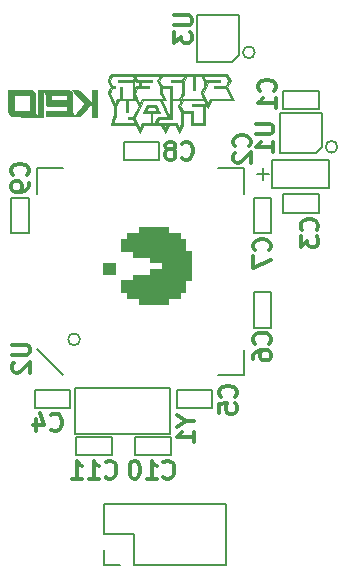
<source format=gbo>
G04 #@! TF.FileFunction,Other,ECO2*
%FSLAX46Y46*%
G04 Gerber Fmt 4.6, Leading zero omitted, Abs format (unit mm)*
G04 Created by KiCad (PCBNEW 4.0.5) date 05/20/17 23:37:33*
%MOMM*%
%LPD*%
G01*
G04 APERTURE LIST*
%ADD10C,0.100000*%
%ADD11C,0.300000*%
%ADD12C,0.200000*%
%ADD13C,0.010000*%
%ADD14C,0.025400*%
G04 APERTURE END LIST*
D10*
D11*
X72135714Y-63650001D02*
X72207143Y-63578572D01*
X72278571Y-63364286D01*
X72278571Y-63221429D01*
X72207143Y-63007144D01*
X72064286Y-62864286D01*
X71921429Y-62792858D01*
X71635714Y-62721429D01*
X71421429Y-62721429D01*
X71135714Y-62792858D01*
X70992857Y-62864286D01*
X70850000Y-63007144D01*
X70778571Y-63221429D01*
X70778571Y-63364286D01*
X70850000Y-63578572D01*
X70921429Y-63650001D01*
X70921429Y-64221429D02*
X70850000Y-64292858D01*
X70778571Y-64435715D01*
X70778571Y-64792858D01*
X70850000Y-64935715D01*
X70921429Y-65007144D01*
X71064286Y-65078572D01*
X71207143Y-65078572D01*
X71421429Y-65007144D01*
X72278571Y-64150001D01*
X72278571Y-65078572D01*
X55349999Y-87635714D02*
X55421428Y-87707143D01*
X55635714Y-87778571D01*
X55778571Y-87778571D01*
X55992856Y-87707143D01*
X56135714Y-87564286D01*
X56207142Y-87421429D01*
X56278571Y-87135714D01*
X56278571Y-86921429D01*
X56207142Y-86635714D01*
X56135714Y-86492857D01*
X55992856Y-86350000D01*
X55778571Y-86278571D01*
X55635714Y-86278571D01*
X55421428Y-86350000D01*
X55349999Y-86421429D01*
X54064285Y-86778571D02*
X54064285Y-87778571D01*
X54421428Y-86207143D02*
X54778571Y-87278571D01*
X53849999Y-87278571D01*
X66764286Y-86885715D02*
X67478571Y-86885715D01*
X65978571Y-86385715D02*
X66764286Y-86885715D01*
X65978571Y-87385715D01*
X67478571Y-88671429D02*
X67478571Y-87814286D01*
X67478571Y-88242858D02*
X65978571Y-88242858D01*
X66192857Y-88100001D01*
X66335714Y-87957143D01*
X66407143Y-87814286D01*
X59964285Y-91635714D02*
X60035714Y-91707143D01*
X60250000Y-91778571D01*
X60392857Y-91778571D01*
X60607142Y-91707143D01*
X60750000Y-91564286D01*
X60821428Y-91421429D01*
X60892857Y-91135714D01*
X60892857Y-90921429D01*
X60821428Y-90635714D01*
X60750000Y-90492857D01*
X60607142Y-90350000D01*
X60392857Y-90278571D01*
X60250000Y-90278571D01*
X60035714Y-90350000D01*
X59964285Y-90421429D01*
X58535714Y-91778571D02*
X59392857Y-91778571D01*
X58964285Y-91778571D02*
X58964285Y-90278571D01*
X59107142Y-90492857D01*
X59250000Y-90635714D01*
X59392857Y-90707143D01*
X57107143Y-91778571D02*
X57964286Y-91778571D01*
X57535714Y-91778571D02*
X57535714Y-90278571D01*
X57678571Y-90492857D01*
X57821429Y-90635714D01*
X57964286Y-90707143D01*
X64864285Y-91635714D02*
X64935714Y-91707143D01*
X65150000Y-91778571D01*
X65292857Y-91778571D01*
X65507142Y-91707143D01*
X65650000Y-91564286D01*
X65721428Y-91421429D01*
X65792857Y-91135714D01*
X65792857Y-90921429D01*
X65721428Y-90635714D01*
X65650000Y-90492857D01*
X65507142Y-90350000D01*
X65292857Y-90278571D01*
X65150000Y-90278571D01*
X64935714Y-90350000D01*
X64864285Y-90421429D01*
X63435714Y-91778571D02*
X64292857Y-91778571D01*
X63864285Y-91778571D02*
X63864285Y-90278571D01*
X64007142Y-90492857D01*
X64150000Y-90635714D01*
X64292857Y-90707143D01*
X62507143Y-90278571D02*
X62364286Y-90278571D01*
X62221429Y-90350000D01*
X62150000Y-90421429D01*
X62078571Y-90564286D01*
X62007143Y-90850000D01*
X62007143Y-91207143D01*
X62078571Y-91492857D01*
X62150000Y-91635714D01*
X62221429Y-91707143D01*
X62364286Y-91778571D01*
X62507143Y-91778571D01*
X62650000Y-91707143D01*
X62721429Y-91635714D01*
X62792857Y-91492857D01*
X62864286Y-91207143D01*
X62864286Y-90850000D01*
X62792857Y-90564286D01*
X62721429Y-90421429D01*
X62650000Y-90350000D01*
X62507143Y-90278571D01*
X70935714Y-84850001D02*
X71007143Y-84778572D01*
X71078571Y-84564286D01*
X71078571Y-84421429D01*
X71007143Y-84207144D01*
X70864286Y-84064286D01*
X70721429Y-83992858D01*
X70435714Y-83921429D01*
X70221429Y-83921429D01*
X69935714Y-83992858D01*
X69792857Y-84064286D01*
X69650000Y-84207144D01*
X69578571Y-84421429D01*
X69578571Y-84564286D01*
X69650000Y-84778572D01*
X69721429Y-84850001D01*
X69578571Y-86207144D02*
X69578571Y-85492858D01*
X70292857Y-85421429D01*
X70221429Y-85492858D01*
X70150000Y-85635715D01*
X70150000Y-85992858D01*
X70221429Y-86135715D01*
X70292857Y-86207144D01*
X70435714Y-86278572D01*
X70792857Y-86278572D01*
X70935714Y-86207144D01*
X71007143Y-86135715D01*
X71078571Y-85992858D01*
X71078571Y-85635715D01*
X71007143Y-85492858D01*
X70935714Y-85421429D01*
X73835714Y-80350001D02*
X73907143Y-80278572D01*
X73978571Y-80064286D01*
X73978571Y-79921429D01*
X73907143Y-79707144D01*
X73764286Y-79564286D01*
X73621429Y-79492858D01*
X73335714Y-79421429D01*
X73121429Y-79421429D01*
X72835714Y-79492858D01*
X72692857Y-79564286D01*
X72550000Y-79707144D01*
X72478571Y-79921429D01*
X72478571Y-80064286D01*
X72550000Y-80278572D01*
X72621429Y-80350001D01*
X72478571Y-81635715D02*
X72478571Y-81350001D01*
X72550000Y-81207144D01*
X72621429Y-81135715D01*
X72835714Y-80992858D01*
X73121429Y-80921429D01*
X73692857Y-80921429D01*
X73835714Y-80992858D01*
X73907143Y-81064286D01*
X73978571Y-81207144D01*
X73978571Y-81492858D01*
X73907143Y-81635715D01*
X73835714Y-81707144D01*
X73692857Y-81778572D01*
X73335714Y-81778572D01*
X73192857Y-81707144D01*
X73121429Y-81635715D01*
X73050000Y-81492858D01*
X73050000Y-81207144D01*
X73121429Y-81064286D01*
X73192857Y-80992858D01*
X73335714Y-80921429D01*
X73835714Y-72450001D02*
X73907143Y-72378572D01*
X73978571Y-72164286D01*
X73978571Y-72021429D01*
X73907143Y-71807144D01*
X73764286Y-71664286D01*
X73621429Y-71592858D01*
X73335714Y-71521429D01*
X73121429Y-71521429D01*
X72835714Y-71592858D01*
X72692857Y-71664286D01*
X72550000Y-71807144D01*
X72478571Y-72021429D01*
X72478571Y-72164286D01*
X72550000Y-72378572D01*
X72621429Y-72450001D01*
X72478571Y-72950001D02*
X72478571Y-73950001D01*
X73978571Y-73307144D01*
X77835714Y-70750001D02*
X77907143Y-70678572D01*
X77978571Y-70464286D01*
X77978571Y-70321429D01*
X77907143Y-70107144D01*
X77764286Y-69964286D01*
X77621429Y-69892858D01*
X77335714Y-69821429D01*
X77121429Y-69821429D01*
X76835714Y-69892858D01*
X76692857Y-69964286D01*
X76550000Y-70107144D01*
X76478571Y-70321429D01*
X76478571Y-70464286D01*
X76550000Y-70678572D01*
X76621429Y-70750001D01*
X76478571Y-71250001D02*
X76478571Y-72178572D01*
X77050000Y-71678572D01*
X77050000Y-71892858D01*
X77121429Y-72035715D01*
X77192857Y-72107144D01*
X77335714Y-72178572D01*
X77692857Y-72178572D01*
X77835714Y-72107144D01*
X77907143Y-72035715D01*
X77978571Y-71892858D01*
X77978571Y-71464286D01*
X77907143Y-71321429D01*
X77835714Y-71250001D01*
X72678571Y-61757143D02*
X73892857Y-61757143D01*
X74035714Y-61828571D01*
X74107143Y-61900000D01*
X74178571Y-62042857D01*
X74178571Y-62328571D01*
X74107143Y-62471429D01*
X74035714Y-62542857D01*
X73892857Y-62614286D01*
X72678571Y-62614286D01*
X74178571Y-64114286D02*
X74178571Y-63257143D01*
X74178571Y-63685715D02*
X72678571Y-63685715D01*
X72892857Y-63542858D01*
X73035714Y-63400000D01*
X73107143Y-63257143D01*
X74235714Y-58950001D02*
X74307143Y-58878572D01*
X74378571Y-58664286D01*
X74378571Y-58521429D01*
X74307143Y-58307144D01*
X74164286Y-58164286D01*
X74021429Y-58092858D01*
X73735714Y-58021429D01*
X73521429Y-58021429D01*
X73235714Y-58092858D01*
X73092857Y-58164286D01*
X72950000Y-58307144D01*
X72878571Y-58521429D01*
X72878571Y-58664286D01*
X72950000Y-58878572D01*
X73021429Y-58950001D01*
X74378571Y-60378572D02*
X74378571Y-59521429D01*
X74378571Y-59950001D02*
X72878571Y-59950001D01*
X73092857Y-59807144D01*
X73235714Y-59664286D01*
X73307143Y-59521429D01*
X66449999Y-64635714D02*
X66521428Y-64707143D01*
X66735714Y-64778571D01*
X66878571Y-64778571D01*
X67092856Y-64707143D01*
X67235714Y-64564286D01*
X67307142Y-64421429D01*
X67378571Y-64135714D01*
X67378571Y-63921429D01*
X67307142Y-63635714D01*
X67235714Y-63492857D01*
X67092856Y-63350000D01*
X66878571Y-63278571D01*
X66735714Y-63278571D01*
X66521428Y-63350000D01*
X66449999Y-63421429D01*
X65592856Y-63921429D02*
X65735714Y-63850000D01*
X65807142Y-63778571D01*
X65878571Y-63635714D01*
X65878571Y-63564286D01*
X65807142Y-63421429D01*
X65735714Y-63350000D01*
X65592856Y-63278571D01*
X65307142Y-63278571D01*
X65164285Y-63350000D01*
X65092856Y-63421429D01*
X65021428Y-63564286D01*
X65021428Y-63635714D01*
X65092856Y-63778571D01*
X65164285Y-63850000D01*
X65307142Y-63921429D01*
X65592856Y-63921429D01*
X65735714Y-63992857D01*
X65807142Y-64064286D01*
X65878571Y-64207143D01*
X65878571Y-64492857D01*
X65807142Y-64635714D01*
X65735714Y-64707143D01*
X65592856Y-64778571D01*
X65307142Y-64778571D01*
X65164285Y-64707143D01*
X65092856Y-64635714D01*
X65021428Y-64492857D01*
X65021428Y-64207143D01*
X65092856Y-64064286D01*
X65164285Y-63992857D01*
X65307142Y-63921429D01*
X53335714Y-66050001D02*
X53407143Y-65978572D01*
X53478571Y-65764286D01*
X53478571Y-65621429D01*
X53407143Y-65407144D01*
X53264286Y-65264286D01*
X53121429Y-65192858D01*
X52835714Y-65121429D01*
X52621429Y-65121429D01*
X52335714Y-65192858D01*
X52192857Y-65264286D01*
X52050000Y-65407144D01*
X51978571Y-65621429D01*
X51978571Y-65764286D01*
X52050000Y-65978572D01*
X52121429Y-66050001D01*
X53478571Y-66764286D02*
X53478571Y-67050001D01*
X53407143Y-67192858D01*
X53335714Y-67264286D01*
X53121429Y-67407144D01*
X52835714Y-67478572D01*
X52264286Y-67478572D01*
X52121429Y-67407144D01*
X52050000Y-67335715D01*
X51978571Y-67192858D01*
X51978571Y-66907144D01*
X52050000Y-66764286D01*
X52121429Y-66692858D01*
X52264286Y-66621429D01*
X52621429Y-66621429D01*
X52764286Y-66692858D01*
X52835714Y-66764286D01*
X52907143Y-66907144D01*
X52907143Y-67192858D01*
X52835714Y-67335715D01*
X52764286Y-67407144D01*
X52621429Y-67478572D01*
X52078571Y-80457143D02*
X53292857Y-80457143D01*
X53435714Y-80528571D01*
X53507143Y-80600000D01*
X53578571Y-80742857D01*
X53578571Y-81028571D01*
X53507143Y-81171429D01*
X53435714Y-81242857D01*
X53292857Y-81314286D01*
X52078571Y-81314286D01*
X52221429Y-81957143D02*
X52150000Y-82028572D01*
X52078571Y-82171429D01*
X52078571Y-82528572D01*
X52150000Y-82671429D01*
X52221429Y-82742858D01*
X52364286Y-82814286D01*
X52507143Y-82814286D01*
X52721429Y-82742858D01*
X53578571Y-81885715D01*
X53578571Y-82814286D01*
D12*
X57800000Y-80000000D02*
G75*
G03X57800000Y-80000000I-500000J0D01*
G01*
X71700000Y-83000000D02*
X71700000Y-80900000D01*
X69500000Y-83000000D02*
X71700000Y-83000000D01*
X54200000Y-80800000D02*
X56400000Y-83000000D01*
X54200000Y-65500000D02*
X54200000Y-67700000D01*
X56400000Y-65500000D02*
X54200000Y-65500000D01*
X71700000Y-65500000D02*
X71700000Y-67700000D01*
X69500000Y-65500000D02*
X71700000Y-65500000D01*
X73300000Y-65500000D02*
X73300000Y-66500000D01*
X73800000Y-66000000D02*
X72800000Y-66000000D01*
X79600000Y-63700000D02*
G75*
G03X79600000Y-63700000I-500000J0D01*
G01*
X78300000Y-63700000D02*
X78300000Y-63500000D01*
X77800000Y-64200000D02*
X78300000Y-63700000D01*
X78300000Y-60800000D02*
X78300000Y-63500000D01*
X74700000Y-64200000D02*
X77800000Y-64200000D01*
X74700000Y-60800000D02*
X74800000Y-60800000D01*
X74700000Y-64200000D02*
X74700000Y-60800000D01*
X74800000Y-60800000D02*
X78300000Y-60800000D01*
X57400000Y-84100000D02*
X65400000Y-84100000D01*
X57400000Y-88000000D02*
X57400000Y-84100000D01*
X65400000Y-88000000D02*
X57400000Y-88000000D01*
X65400000Y-84100000D02*
X65400000Y-88000000D01*
X59800000Y-99100000D02*
X61200000Y-99100000D01*
X59800000Y-97800000D02*
X59800000Y-99100000D01*
X59800000Y-93900000D02*
X59900000Y-93900000D01*
X59800000Y-96500000D02*
X59800000Y-93900000D01*
X62400000Y-96500000D02*
X59800000Y-96500000D01*
X62400000Y-99100000D02*
X62400000Y-96500000D01*
X70200000Y-99100000D02*
X62400000Y-99100000D01*
X70200000Y-93900000D02*
X70200000Y-99100000D01*
X70100000Y-93900000D02*
X70200000Y-93900000D01*
X59900000Y-93900000D02*
X70100000Y-93900000D01*
X61500000Y-63300000D02*
X61700000Y-63300000D01*
X61500000Y-64800000D02*
X61500000Y-63300000D01*
X64500000Y-64800000D02*
X61500000Y-64800000D01*
X64500000Y-63300000D02*
X64500000Y-64800000D01*
X61700000Y-63300000D02*
X64500000Y-63300000D01*
X52000000Y-68000000D02*
X52100000Y-68000000D01*
X52000000Y-71000000D02*
X52000000Y-68000000D01*
X53500000Y-71000000D02*
X52000000Y-71000000D01*
X53500000Y-68000000D02*
X53500000Y-71000000D01*
X52100000Y-68000000D02*
X53500000Y-68000000D01*
X57000000Y-84300000D02*
X57000000Y-84400000D01*
X54000000Y-84300000D02*
X57000000Y-84300000D01*
X54000000Y-85800000D02*
X54000000Y-84300000D01*
X57000000Y-85800000D02*
X54000000Y-85800000D01*
X57000000Y-84400000D02*
X57000000Y-85800000D01*
X60500000Y-88300000D02*
X60500000Y-88400000D01*
X57500000Y-88300000D02*
X60500000Y-88300000D01*
X57500000Y-89800000D02*
X57500000Y-88300000D01*
X60500000Y-89800000D02*
X57500000Y-89800000D01*
X60500000Y-88400000D02*
X60500000Y-89800000D01*
X62500000Y-88300000D02*
X62600000Y-88300000D01*
X62500000Y-89800000D02*
X62500000Y-88300000D01*
X65500000Y-89800000D02*
X62500000Y-89800000D01*
X65500000Y-88300000D02*
X65500000Y-89800000D01*
X62600000Y-88300000D02*
X65500000Y-88300000D01*
X66000000Y-84300000D02*
X66100000Y-84300000D01*
X66000000Y-85800000D02*
X66000000Y-84300000D01*
X69000000Y-85800000D02*
X66000000Y-85800000D01*
X69000000Y-84300000D02*
X69000000Y-85800000D01*
X66100000Y-84300000D02*
X69000000Y-84300000D01*
X72500000Y-76000000D02*
X74000000Y-76000000D01*
X72500000Y-79000000D02*
X72500000Y-76000000D01*
X74000000Y-79000000D02*
X72500000Y-79000000D01*
X74000000Y-76000000D02*
X74000000Y-79000000D01*
X74100000Y-64800000D02*
X74300000Y-64800000D01*
X74100000Y-67200000D02*
X74100000Y-64800000D01*
X78900000Y-67200000D02*
X74100000Y-67200000D01*
X78900000Y-64800000D02*
X78900000Y-67200000D01*
X74300000Y-64800000D02*
X78900000Y-64800000D01*
X75000000Y-69300000D02*
X75000000Y-69200000D01*
X78000000Y-69300000D02*
X75000000Y-69300000D01*
X78000000Y-69200000D02*
X78000000Y-69300000D01*
X75000000Y-67700000D02*
X75000000Y-67800000D01*
X78000000Y-67700000D02*
X75000000Y-67700000D01*
X78000000Y-67800000D02*
X78000000Y-67700000D01*
X78000000Y-69200000D02*
X78000000Y-67800000D01*
X75000000Y-67800000D02*
X75000000Y-69200000D01*
X72500000Y-68000000D02*
X72600000Y-68000000D01*
X72500000Y-71000000D02*
X72500000Y-68000000D01*
X74000000Y-71000000D02*
X72500000Y-71000000D01*
X74000000Y-68000000D02*
X74000000Y-71000000D01*
X72600000Y-68000000D02*
X74000000Y-68000000D01*
X75000000Y-59000000D02*
X75000000Y-59100000D01*
X78000000Y-59000000D02*
X75000000Y-59000000D01*
X78000000Y-60500000D02*
X78000000Y-59000000D01*
X75000000Y-60500000D02*
X78000000Y-60500000D01*
X75000000Y-60400000D02*
X75000000Y-60500000D01*
X75000000Y-59100000D02*
X75000000Y-60400000D01*
D11*
X65778571Y-52557143D02*
X66992857Y-52557143D01*
X67135714Y-52628571D01*
X67207143Y-52700000D01*
X67278571Y-52842857D01*
X67278571Y-53128571D01*
X67207143Y-53271429D01*
X67135714Y-53342857D01*
X66992857Y-53414286D01*
X65778571Y-53414286D01*
X65778571Y-53985715D02*
X65778571Y-54914286D01*
X66350000Y-54414286D01*
X66350000Y-54628572D01*
X66421429Y-54771429D01*
X66492857Y-54842858D01*
X66635714Y-54914286D01*
X66992857Y-54914286D01*
X67135714Y-54842858D01*
X67207143Y-54771429D01*
X67278571Y-54628572D01*
X67278571Y-54200000D01*
X67207143Y-54057143D01*
X67135714Y-53985715D01*
D12*
X71300000Y-55900000D02*
X71300000Y-55800000D01*
X70700000Y-56500000D02*
X71300000Y-55900000D01*
X67700000Y-56500000D02*
X70700000Y-56500000D01*
X71300000Y-52500000D02*
X71300000Y-55800000D01*
X72600000Y-55700000D02*
G75*
G03X72600000Y-55700000I-500000J0D01*
G01*
X67700000Y-56500000D02*
X67700000Y-52500000D01*
X67700000Y-52500000D02*
X71300000Y-52500000D01*
D13*
G36*
X60302073Y-57815598D02*
X60151486Y-58116768D01*
X60413644Y-58641100D01*
X60282565Y-58903266D01*
X60151486Y-59165431D01*
X60418186Y-59698829D01*
X60684886Y-60232226D01*
X60684886Y-60986073D01*
X60538836Y-61424214D01*
X60525968Y-61462822D01*
X60513404Y-61500531D01*
X60501191Y-61537195D01*
X60489377Y-61572669D01*
X60478012Y-61606808D01*
X60467143Y-61639467D01*
X60456818Y-61670502D01*
X60447085Y-61699767D01*
X60437993Y-61727117D01*
X60429590Y-61752407D01*
X60421924Y-61775492D01*
X60415043Y-61796227D01*
X60408996Y-61814468D01*
X60403830Y-61830069D01*
X60399594Y-61842884D01*
X60396336Y-61852770D01*
X60394105Y-61859581D01*
X60392947Y-61863172D01*
X60392786Y-61863721D01*
X60394584Y-61863800D01*
X60399910Y-61863877D01*
X60408666Y-61863954D01*
X60420752Y-61864029D01*
X60436068Y-61864103D01*
X60454514Y-61864175D01*
X60475991Y-61864245D01*
X60500399Y-61864313D01*
X60527639Y-61864380D01*
X60557611Y-61864444D01*
X60590215Y-61864505D01*
X60625352Y-61864565D01*
X60662923Y-61864622D01*
X60702826Y-61864676D01*
X60744964Y-61864727D01*
X60789236Y-61864776D01*
X60835542Y-61864821D01*
X60883783Y-61864864D01*
X60933860Y-61864903D01*
X60985673Y-61864938D01*
X61039122Y-61864971D01*
X61094107Y-61864999D01*
X61150529Y-61865024D01*
X61208289Y-61865044D01*
X61267286Y-61865061D01*
X61327422Y-61865073D01*
X61388595Y-61865082D01*
X61450708Y-61865085D01*
X61471379Y-61865086D01*
X62549973Y-61865086D01*
X62704638Y-62174421D01*
X62720359Y-62205856D01*
X62735650Y-62236411D01*
X62750432Y-62265930D01*
X62764625Y-62294255D01*
X62778150Y-62321230D01*
X62790929Y-62346696D01*
X62802881Y-62370495D01*
X62813928Y-62392472D01*
X62823990Y-62412468D01*
X62832988Y-62430325D01*
X62840844Y-62445888D01*
X62847478Y-62458997D01*
X62852811Y-62469495D01*
X62856763Y-62477226D01*
X62859255Y-62482032D01*
X62860209Y-62483755D01*
X62860214Y-62483757D01*
X62861106Y-62482160D01*
X62863539Y-62477474D01*
X62867434Y-62469857D01*
X62872713Y-62459465D01*
X62879297Y-62446457D01*
X62887106Y-62430990D01*
X62896060Y-62413220D01*
X62906082Y-62393307D01*
X62917091Y-62371406D01*
X62929008Y-62347675D01*
X62941755Y-62322273D01*
X62955252Y-62295356D01*
X62969420Y-62267081D01*
X62984180Y-62237606D01*
X62999453Y-62207089D01*
X63015158Y-62175687D01*
X63015791Y-62174421D01*
X63170456Y-61865086D01*
X64698087Y-61865086D01*
X64852752Y-62174421D01*
X64868473Y-62205856D01*
X64883765Y-62236411D01*
X64898546Y-62265930D01*
X64912739Y-62294255D01*
X64926265Y-62321230D01*
X64939043Y-62346696D01*
X64950995Y-62370495D01*
X64962042Y-62392472D01*
X64972104Y-62412468D01*
X64981103Y-62430325D01*
X64988958Y-62445888D01*
X64995592Y-62458997D01*
X65000925Y-62469495D01*
X65004877Y-62477226D01*
X65007370Y-62482032D01*
X65008324Y-62483755D01*
X65008329Y-62483757D01*
X65009220Y-62482160D01*
X65011653Y-62477474D01*
X65015549Y-62469857D01*
X65020828Y-62459465D01*
X65027411Y-62446457D01*
X65035220Y-62430990D01*
X65044175Y-62413220D01*
X65054196Y-62393307D01*
X65065205Y-62371406D01*
X65077123Y-62347675D01*
X65089870Y-62322273D01*
X65103367Y-62295356D01*
X65117535Y-62267081D01*
X65132294Y-62237606D01*
X65147567Y-62207089D01*
X65163273Y-62175687D01*
X65163906Y-62174421D01*
X65318118Y-61865990D01*
X65142586Y-61865990D01*
X65141798Y-61867719D01*
X65139533Y-61872389D01*
X65135935Y-61879709D01*
X65131152Y-61889387D01*
X65125328Y-61901129D01*
X65118612Y-61914645D01*
X65111148Y-61929641D01*
X65103082Y-61945825D01*
X65094561Y-61962906D01*
X65085731Y-61980590D01*
X65076738Y-61998587D01*
X65067728Y-62016603D01*
X65058846Y-62034346D01*
X65050241Y-62051524D01*
X65042056Y-62067845D01*
X65034439Y-62083017D01*
X65027535Y-62096747D01*
X65021491Y-62108743D01*
X65016452Y-62118713D01*
X65012566Y-62126365D01*
X65009977Y-62131407D01*
X65008832Y-62133546D01*
X65008791Y-62133600D01*
X65007929Y-62132017D01*
X65005566Y-62127426D01*
X65001824Y-62120066D01*
X64996821Y-62110177D01*
X64990679Y-62097998D01*
X64983517Y-62083767D01*
X64975457Y-62067723D01*
X64966617Y-62050105D01*
X64957119Y-62031152D01*
X64947083Y-62011104D01*
X64941200Y-61999343D01*
X64874067Y-61865086D01*
X65008326Y-61865086D01*
X65030040Y-61865098D01*
X65050665Y-61865132D01*
X65069918Y-61865187D01*
X65087519Y-61865261D01*
X65103183Y-61865351D01*
X65116629Y-61865457D01*
X65127575Y-61865575D01*
X65135738Y-61865705D01*
X65140836Y-61865844D01*
X65142586Y-61865990D01*
X65318118Y-61865990D01*
X65318570Y-61865086D01*
X65903687Y-61865086D01*
X66057897Y-62173652D01*
X66073599Y-62205062D01*
X66088875Y-62235600D01*
X66103645Y-62265109D01*
X66117829Y-62293431D01*
X66131348Y-62320407D01*
X66144123Y-62345878D01*
X66156073Y-62369688D01*
X66167120Y-62391677D01*
X66177184Y-62411687D01*
X66186186Y-62429561D01*
X66194045Y-62445139D01*
X66200682Y-62458264D01*
X66206018Y-62468778D01*
X66209974Y-62476522D01*
X66212469Y-62481338D01*
X66213424Y-62483067D01*
X66213426Y-62483069D01*
X66214353Y-62481554D01*
X66216824Y-62476942D01*
X66220763Y-62469382D01*
X66226096Y-62459026D01*
X66232745Y-62446021D01*
X66240635Y-62430519D01*
X66249691Y-62412669D01*
X66259837Y-62392620D01*
X66270997Y-62370524D01*
X66283096Y-62346529D01*
X66296058Y-62320785D01*
X66309807Y-62293442D01*
X66324268Y-62264651D01*
X66339364Y-62234560D01*
X66355020Y-62203320D01*
X66371161Y-62171081D01*
X66384423Y-62144569D01*
X66554100Y-61805218D01*
X66554100Y-60816429D01*
X67183657Y-60816429D01*
X67183657Y-61865086D01*
X68388343Y-61865086D01*
X68388343Y-60266700D01*
X68563447Y-60266700D01*
X68624651Y-60389164D01*
X68764803Y-60108857D01*
X68484504Y-60108857D01*
X67261633Y-60108857D01*
X67262579Y-60265793D01*
X67747447Y-60266250D01*
X68232314Y-60266707D01*
X68232314Y-61707243D01*
X67341500Y-61707243D01*
X67341500Y-60756600D01*
X66398072Y-60756600D01*
X66398072Y-61765295D01*
X66305999Y-61949450D01*
X66213927Y-62133605D01*
X66107334Y-61920424D01*
X66000740Y-61707243D01*
X64297125Y-61707243D01*
X64388749Y-61524003D01*
X64480372Y-61340763D01*
X65019668Y-61340307D01*
X65558964Y-61339850D01*
X65559055Y-61181880D01*
X65247814Y-61181880D01*
X65246026Y-61181974D01*
X65240767Y-61182066D01*
X65232194Y-61182155D01*
X65220464Y-61182241D01*
X65205736Y-61182324D01*
X65188165Y-61182403D01*
X65167911Y-61182477D01*
X65145129Y-61182547D01*
X65119977Y-61182612D01*
X65092613Y-61182672D01*
X65063195Y-61182726D01*
X65031878Y-61182774D01*
X64998822Y-61182816D01*
X64964183Y-61182851D01*
X64928118Y-61182878D01*
X64890785Y-61182898D01*
X64852341Y-61182910D01*
X64815558Y-61182914D01*
X64383302Y-61182914D01*
X64252223Y-61445079D01*
X64121145Y-61707243D01*
X63934272Y-61707243D01*
X63934272Y-60816429D01*
X64246329Y-60816429D01*
X64279685Y-60816423D01*
X64312049Y-60816408D01*
X64343236Y-60816384D01*
X64373062Y-60816350D01*
X64401340Y-60816308D01*
X64427886Y-60816258D01*
X64452515Y-60816201D01*
X64475040Y-60816137D01*
X64495278Y-60816067D01*
X64513042Y-60815991D01*
X64528148Y-60815911D01*
X64540411Y-60815825D01*
X64549644Y-60815735D01*
X64555663Y-60815642D01*
X64558283Y-60815546D01*
X64558386Y-60815523D01*
X64557587Y-60813836D01*
X64555239Y-60809055D01*
X64551418Y-60801331D01*
X64546199Y-60790812D01*
X64539656Y-60777651D01*
X64531866Y-60761997D01*
X64522902Y-60744002D01*
X64512841Y-60723815D01*
X64501756Y-60701588D01*
X64489724Y-60677471D01*
X64480299Y-60658586D01*
X64304389Y-60658586D01*
X63406311Y-60658586D01*
X63589561Y-60292100D01*
X64121140Y-60292100D01*
X64212764Y-60475343D01*
X64304389Y-60658586D01*
X64480299Y-60658586D01*
X64476819Y-60651614D01*
X64463117Y-60624168D01*
X64448692Y-60595284D01*
X64433619Y-60565112D01*
X64417974Y-60533802D01*
X64401832Y-60501506D01*
X64388297Y-60474432D01*
X64218207Y-60134248D01*
X63492493Y-60135164D01*
X63322503Y-60474436D01*
X63305998Y-60507382D01*
X63289928Y-60539470D01*
X63274370Y-60570547D01*
X63259399Y-60600463D01*
X63245090Y-60629067D01*
X63231518Y-60656208D01*
X63218759Y-60681734D01*
X63206887Y-60705496D01*
X63195980Y-60727342D01*
X63186111Y-60747121D01*
X63177356Y-60764683D01*
X63169791Y-60779876D01*
X63163490Y-60792549D01*
X63158530Y-60802552D01*
X63154986Y-60809733D01*
X63152932Y-60813942D01*
X63152413Y-60815068D01*
X63154186Y-60815213D01*
X63159402Y-60815354D01*
X63167877Y-60815490D01*
X63179424Y-60815620D01*
X63193860Y-60815744D01*
X63210999Y-60815859D01*
X63230655Y-60815967D01*
X63252644Y-60816065D01*
X63276781Y-60816153D01*
X63302880Y-60816231D01*
X63330756Y-60816297D01*
X63360225Y-60816350D01*
X63391100Y-60816390D01*
X63423197Y-60816417D01*
X63456331Y-60816428D01*
X63464372Y-60816429D01*
X63776429Y-60816429D01*
X63776429Y-61707243D01*
X63073386Y-61707243D01*
X62966581Y-61920862D01*
X62859776Y-62134482D01*
X62642281Y-61699509D01*
X62623596Y-61662129D01*
X62605338Y-61625583D01*
X62587575Y-61590005D01*
X62570372Y-61555527D01*
X62553796Y-61522285D01*
X62537913Y-61490412D01*
X62522790Y-61460042D01*
X62508494Y-61431308D01*
X62495091Y-61404346D01*
X62482646Y-61379287D01*
X62471228Y-61356267D01*
X62460902Y-61335419D01*
X62451735Y-61316877D01*
X62443792Y-61300775D01*
X62437142Y-61287246D01*
X62431849Y-61276425D01*
X62427982Y-61268446D01*
X62425605Y-61263441D01*
X62424786Y-61261546D01*
X62424786Y-61261543D01*
X62425590Y-61259740D01*
X62427970Y-61254794D01*
X62431874Y-61246809D01*
X62437252Y-61235885D01*
X62444053Y-61222125D01*
X62452225Y-61205630D01*
X62461719Y-61186502D01*
X62472484Y-61164843D01*
X62484468Y-61140755D01*
X62497620Y-61114339D01*
X62511891Y-61085699D01*
X62527229Y-61054934D01*
X62543584Y-61022148D01*
X62560904Y-60987441D01*
X62579139Y-60950917D01*
X62598238Y-60912676D01*
X62618151Y-60872821D01*
X62638826Y-60831453D01*
X62660212Y-60788674D01*
X62682260Y-60744586D01*
X62704917Y-60699292D01*
X62728134Y-60652892D01*
X62751859Y-60605488D01*
X62776042Y-60557183D01*
X62798075Y-60513182D01*
X62948313Y-60213192D01*
X62771763Y-60213192D01*
X62286899Y-61182914D01*
X61864172Y-61182914D01*
X61864172Y-61340757D01*
X62287816Y-61340757D01*
X62378979Y-61523095D01*
X62391000Y-61547146D01*
X62402558Y-61570286D01*
X62413549Y-61592307D01*
X62423872Y-61613003D01*
X62433423Y-61632169D01*
X62442100Y-61649598D01*
X62449801Y-61665084D01*
X62456423Y-61678420D01*
X62461863Y-61689400D01*
X62466018Y-61697819D01*
X62468786Y-61703469D01*
X62470065Y-61706145D01*
X62470143Y-61706338D01*
X62468347Y-61706394D01*
X62463029Y-61706450D01*
X62454297Y-61706504D01*
X62442259Y-61706558D01*
X62427021Y-61706610D01*
X62408691Y-61706661D01*
X62387377Y-61706710D01*
X62363185Y-61706758D01*
X62336222Y-61706804D01*
X62306597Y-61706849D01*
X62274416Y-61706892D01*
X62239787Y-61706933D01*
X62202816Y-61706971D01*
X62163612Y-61707008D01*
X62122282Y-61707042D01*
X62078932Y-61707074D01*
X62033671Y-61707104D01*
X61986605Y-61707131D01*
X61937841Y-61707155D01*
X61887488Y-61707177D01*
X61835652Y-61707196D01*
X61782441Y-61707211D01*
X61727961Y-61707224D01*
X61672321Y-61707234D01*
X61615627Y-61707240D01*
X61557987Y-61707243D01*
X61540322Y-61707243D01*
X61482416Y-61707242D01*
X61425423Y-61707239D01*
X61369452Y-61707234D01*
X61314609Y-61707227D01*
X61261001Y-61707219D01*
X61208737Y-61707209D01*
X61157922Y-61707197D01*
X61108665Y-61707184D01*
X61061072Y-61707169D01*
X61015251Y-61707153D01*
X60971310Y-61707135D01*
X60929356Y-61707116D01*
X60889495Y-61707095D01*
X60851835Y-61707074D01*
X60816484Y-61707051D01*
X60783549Y-61707027D01*
X60753136Y-61707002D01*
X60725354Y-61706976D01*
X60700310Y-61706949D01*
X60678111Y-61706921D01*
X60658864Y-61706893D01*
X60642676Y-61706863D01*
X60629655Y-61706833D01*
X60619909Y-61706803D01*
X60613543Y-61706771D01*
X60610667Y-61706739D01*
X60610500Y-61706730D01*
X60611067Y-61704985D01*
X60612732Y-61699962D01*
X60615439Y-61691824D01*
X60619136Y-61680734D01*
X60623767Y-61666855D01*
X60629278Y-61650348D01*
X60635614Y-61631378D01*
X60642721Y-61610107D01*
X60650545Y-61586698D01*
X60659032Y-61561314D01*
X60668126Y-61534117D01*
X60677773Y-61505271D01*
X60687920Y-61474938D01*
X60698511Y-61443281D01*
X60709492Y-61410463D01*
X60720809Y-61376647D01*
X60726161Y-61360655D01*
X60841822Y-61015093D01*
X60843636Y-60229507D01*
X61074960Y-59767771D01*
X61733543Y-59767771D01*
X61733543Y-60738414D01*
X61889565Y-60738414D01*
X61890022Y-60253546D01*
X61890479Y-59768679D01*
X62219775Y-59768220D01*
X62549071Y-59767762D01*
X62771763Y-60213192D01*
X62948313Y-60213192D01*
X63171364Y-59767815D01*
X63855661Y-59767793D01*
X64539957Y-59767771D01*
X64893886Y-60474308D01*
X64917783Y-60522015D01*
X64941266Y-60568901D01*
X64964284Y-60614862D01*
X64986784Y-60659795D01*
X65008714Y-60703593D01*
X65030023Y-60746154D01*
X65050657Y-60787373D01*
X65070565Y-60827146D01*
X65089694Y-60865369D01*
X65107993Y-60901937D01*
X65125409Y-60936745D01*
X65141891Y-60969691D01*
X65157385Y-61000670D01*
X65171840Y-61029576D01*
X65185204Y-61056307D01*
X65197424Y-61080758D01*
X65208449Y-61102824D01*
X65218226Y-61122401D01*
X65226703Y-61139386D01*
X65233829Y-61153673D01*
X65239549Y-61165159D01*
X65243814Y-61173739D01*
X65246570Y-61179309D01*
X65247766Y-61181765D01*
X65247814Y-61181880D01*
X65559055Y-61181880D01*
X65559420Y-60553811D01*
X65559783Y-59927423D01*
X65402029Y-59927423D01*
X65402027Y-59993495D01*
X65402023Y-60058667D01*
X65402017Y-60122843D01*
X65402008Y-60185931D01*
X65401996Y-60247837D01*
X65401982Y-60308465D01*
X65401966Y-60367722D01*
X65401948Y-60425514D01*
X65401927Y-60481747D01*
X65401904Y-60536326D01*
X65401880Y-60589158D01*
X65401853Y-60640148D01*
X65401825Y-60689202D01*
X65401794Y-60736226D01*
X65401762Y-60781126D01*
X65401728Y-60823808D01*
X65401693Y-60864178D01*
X65401656Y-60902141D01*
X65401618Y-60937604D01*
X65401578Y-60970473D01*
X65401537Y-61000652D01*
X65401495Y-61028049D01*
X65401452Y-61052568D01*
X65401407Y-61074116D01*
X65401362Y-61092600D01*
X65401315Y-61107923D01*
X65401268Y-61119994D01*
X65401220Y-61128716D01*
X65401171Y-61133997D01*
X65401122Y-61135743D01*
X65400257Y-61134137D01*
X65397823Y-61129392D01*
X65393874Y-61121613D01*
X65388461Y-61110905D01*
X65381639Y-61097374D01*
X65373460Y-61081127D01*
X65363978Y-61062269D01*
X65353245Y-61040906D01*
X65341314Y-61017144D01*
X65328239Y-60991089D01*
X65314073Y-60962846D01*
X65298868Y-60932522D01*
X65282678Y-60900221D01*
X65265556Y-60866051D01*
X65247554Y-60830117D01*
X65228727Y-60792524D01*
X65209126Y-60753379D01*
X65188806Y-60712787D01*
X65167819Y-60670855D01*
X65146218Y-60627687D01*
X65124056Y-60583391D01*
X65101386Y-60538071D01*
X65078262Y-60491834D01*
X65058222Y-60451757D01*
X64716228Y-59767771D01*
X64899471Y-59767771D01*
X64924921Y-59767763D01*
X64949322Y-59767737D01*
X64972434Y-59767696D01*
X64994015Y-59767640D01*
X65013822Y-59767571D01*
X65031615Y-59767490D01*
X65047151Y-59767399D01*
X65060188Y-59767298D01*
X65070486Y-59767188D01*
X65077803Y-59767071D01*
X65081896Y-59766948D01*
X65082714Y-59766862D01*
X65081916Y-59765172D01*
X65079572Y-59760395D01*
X65075762Y-59752689D01*
X65070564Y-59742210D01*
X65064057Y-59729117D01*
X65056320Y-59713568D01*
X65047431Y-59695720D01*
X65037468Y-59675730D01*
X65026511Y-59653758D01*
X65014638Y-59629959D01*
X65004640Y-59609928D01*
X64828718Y-59609928D01*
X63951052Y-59609929D01*
X63073386Y-59609929D01*
X62966574Y-59823561D01*
X62859761Y-60037193D01*
X62646131Y-59609929D01*
X62470155Y-59609929D01*
X62413900Y-59609929D01*
X62413900Y-59554290D01*
X62413922Y-59540542D01*
X62413985Y-59528078D01*
X62414082Y-59517329D01*
X62414208Y-59508724D01*
X62414358Y-59502696D01*
X62414527Y-59499674D01*
X62414606Y-59499408D01*
X62415556Y-59501154D01*
X62417931Y-59505766D01*
X62421540Y-59512864D01*
X62426190Y-59522067D01*
X62431688Y-59532995D01*
X62437841Y-59545266D01*
X62442733Y-59555046D01*
X62470155Y-59609929D01*
X62646131Y-59609929D01*
X62641824Y-59601315D01*
X62423886Y-59165437D01*
X62535455Y-58942275D01*
X62647024Y-58719114D01*
X63645800Y-58719114D01*
X63645800Y-58563086D01*
X62938229Y-58563086D01*
X62938229Y-58196607D01*
X62945655Y-58196600D01*
X62780386Y-58196600D01*
X62780386Y-58563086D01*
X62549045Y-58563086D01*
X62481926Y-58697362D01*
X62414807Y-58831639D01*
X62413891Y-58136723D01*
X62440431Y-58083668D01*
X62466970Y-58030613D01*
X62508475Y-58113606D01*
X62549979Y-58196600D01*
X62780386Y-58196600D01*
X62945655Y-58196600D01*
X63423097Y-58196150D01*
X63907964Y-58195693D01*
X63908910Y-58038757D01*
X62645881Y-58038757D01*
X62554396Y-57854619D01*
X62377614Y-57854619D01*
X62376823Y-57856708D01*
X62374546Y-57861736D01*
X62370931Y-57869402D01*
X62366124Y-57879404D01*
X62360270Y-57891440D01*
X62353518Y-57905208D01*
X62346013Y-57920408D01*
X62337901Y-57936736D01*
X62332254Y-57948050D01*
X62286893Y-58038757D01*
X61025972Y-58038757D01*
X61025972Y-58196600D01*
X62257872Y-58196600D01*
X62257872Y-59609929D01*
X61367064Y-59609929D01*
X61366150Y-58642007D01*
X61209214Y-58641061D01*
X61209214Y-59609929D01*
X60976984Y-59609929D01*
X60870399Y-59823107D01*
X60857385Y-59849130D01*
X60844819Y-59874242D01*
X60832798Y-59898254D01*
X60821416Y-59920975D01*
X60810768Y-59942217D01*
X60800951Y-59961789D01*
X60792058Y-59979502D01*
X60784185Y-59995167D01*
X60777428Y-60008593D01*
X60771881Y-60019592D01*
X60767640Y-60027973D01*
X60764800Y-60033547D01*
X60763456Y-60036125D01*
X60763358Y-60036286D01*
X60762519Y-60034685D01*
X60760123Y-60029971D01*
X60756239Y-60022276D01*
X60750932Y-60011734D01*
X60744268Y-59998477D01*
X60736315Y-59982637D01*
X60727138Y-59964347D01*
X60716804Y-59943739D01*
X60705380Y-59920948D01*
X60692932Y-59896104D01*
X60679526Y-59869341D01*
X60665230Y-59840791D01*
X60650108Y-59810587D01*
X60634229Y-59778862D01*
X60617658Y-59745748D01*
X60600462Y-59711378D01*
X60582707Y-59675884D01*
X60564459Y-59639400D01*
X60545786Y-59602057D01*
X60545186Y-59600856D01*
X60327469Y-59165427D01*
X60439051Y-58942271D01*
X60550632Y-58719114D01*
X60762900Y-58719114D01*
X60762900Y-58563086D01*
X60550632Y-58563086D01*
X60439051Y-58339931D01*
X60327471Y-58116776D01*
X60438593Y-57894524D01*
X60549715Y-57672271D01*
X62287824Y-57672271D01*
X62332719Y-57762083D01*
X62341107Y-57778910D01*
X62348985Y-57794808D01*
X62356206Y-57809472D01*
X62362623Y-57822601D01*
X62368088Y-57833889D01*
X62372456Y-57843035D01*
X62375577Y-57849734D01*
X62377306Y-57853684D01*
X62377614Y-57854619D01*
X62554396Y-57854619D01*
X62463793Y-57672259D01*
X63514718Y-57672265D01*
X63576307Y-57672267D01*
X63636989Y-57672272D01*
X63696663Y-57672280D01*
X63755227Y-57672291D01*
X63812582Y-57672304D01*
X63868625Y-57672321D01*
X63923257Y-57672340D01*
X63976376Y-57672361D01*
X64027881Y-57672385D01*
X64077672Y-57672411D01*
X64125646Y-57672439D01*
X64171705Y-57672470D01*
X64215746Y-57672503D01*
X64257668Y-57672537D01*
X64297372Y-57672574D01*
X64334755Y-57672613D01*
X64369717Y-57672653D01*
X64402157Y-57672694D01*
X64431974Y-57672738D01*
X64459067Y-57672783D01*
X64483335Y-57672829D01*
X64504678Y-57672876D01*
X64522994Y-57672925D01*
X64538182Y-57672975D01*
X64550142Y-57673026D01*
X64558772Y-57673077D01*
X64563972Y-57673130D01*
X64565643Y-57673181D01*
X64564847Y-57674883D01*
X64562519Y-57679643D01*
X64558754Y-57687274D01*
X64553645Y-57697589D01*
X64547283Y-57710400D01*
X64539764Y-57725522D01*
X64531179Y-57742766D01*
X64521622Y-57761947D01*
X64511186Y-57782876D01*
X64499964Y-57805367D01*
X64488049Y-57829233D01*
X64475535Y-57854287D01*
X64462514Y-57880342D01*
X64454973Y-57895425D01*
X64344304Y-58116759D01*
X64480373Y-58388930D01*
X64616443Y-58661100D01*
X64616443Y-59185392D01*
X64722580Y-59397660D01*
X64828718Y-59609928D01*
X65004640Y-59609928D01*
X65001927Y-59604493D01*
X64988458Y-59577516D01*
X64974309Y-59549186D01*
X64959558Y-59519662D01*
X64944284Y-59489101D01*
X64928566Y-59457660D01*
X64927586Y-59455699D01*
X64772457Y-59145446D01*
X64772918Y-58932733D01*
X64773379Y-58720021D01*
X65087704Y-58719563D01*
X65402029Y-58719104D01*
X65402029Y-59927423D01*
X65559783Y-59927423D01*
X65559876Y-59767771D01*
X66349089Y-59767771D01*
X66237737Y-59990469D01*
X66126386Y-60213166D01*
X66398072Y-60756600D01*
X67341500Y-60756600D01*
X67341500Y-60658586D01*
X66524158Y-60658586D01*
X66413036Y-60436333D01*
X66301914Y-60214081D01*
X66413494Y-59990926D01*
X66525075Y-59767771D01*
X68313954Y-59767771D01*
X68484504Y-60108857D01*
X68764803Y-60108857D01*
X68779998Y-60078468D01*
X68935345Y-59767771D01*
X70848514Y-59767771D01*
X70769240Y-59609221D01*
X70592198Y-59609221D01*
X70590357Y-59609266D01*
X70584998Y-59609310D01*
X70576231Y-59609354D01*
X70564168Y-59609397D01*
X70548919Y-59609439D01*
X70530594Y-59609479D01*
X70509305Y-59609519D01*
X70485162Y-59609557D01*
X70458276Y-59609594D01*
X70428756Y-59609630D01*
X70396715Y-59609664D01*
X70362262Y-59609697D01*
X70325509Y-59609727D01*
X70286565Y-59609756D01*
X70245542Y-59609783D01*
X70202550Y-59609809D01*
X70157700Y-59609832D01*
X70111102Y-59609853D01*
X70062868Y-59609871D01*
X70013107Y-59609888D01*
X69961931Y-59609902D01*
X69909450Y-59609913D01*
X69855774Y-59609922D01*
X69801015Y-59609928D01*
X69745283Y-59609932D01*
X69715337Y-59609932D01*
X68839180Y-59609939D01*
X68732598Y-59823113D01*
X68719580Y-59849138D01*
X68707003Y-59874252D01*
X68694965Y-59898265D01*
X68683561Y-59920988D01*
X68672886Y-59942230D01*
X68663037Y-59961803D01*
X68654108Y-59979516D01*
X68646195Y-59995180D01*
X68639394Y-60008606D01*
X68633801Y-60019603D01*
X68629511Y-60027982D01*
X68626620Y-60033553D01*
X68625224Y-60036126D01*
X68625109Y-60036286D01*
X68624231Y-60034685D01*
X68621797Y-60029970D01*
X68617876Y-60022275D01*
X68612533Y-60011732D01*
X68605834Y-59998473D01*
X68597847Y-59982632D01*
X68588638Y-59964340D01*
X68578274Y-59943732D01*
X68566821Y-59920938D01*
X68554346Y-59896092D01*
X68540916Y-59869327D01*
X68526597Y-59840775D01*
X68511455Y-59810569D01*
X68495558Y-59778841D01*
X68478972Y-59745725D01*
X68461764Y-59711352D01*
X68443999Y-59675856D01*
X68425746Y-59639369D01*
X68407070Y-59602025D01*
X68406486Y-59600857D01*
X68188770Y-59165429D01*
X68430979Y-58681014D01*
X68673187Y-58196600D01*
X68497192Y-58196600D01*
X68469542Y-58251936D01*
X68463013Y-58264975D01*
X68457007Y-58276921D01*
X68451713Y-58287399D01*
X68447319Y-58296038D01*
X68444016Y-58302465D01*
X68441993Y-58306308D01*
X68441425Y-58307271D01*
X68441309Y-58305530D01*
X68441203Y-58300601D01*
X68441112Y-58292922D01*
X68441038Y-58282934D01*
X68440986Y-58271077D01*
X68440960Y-58257791D01*
X68440957Y-58251936D01*
X68440957Y-58196600D01*
X68497192Y-58196600D01*
X68673187Y-58196600D01*
X69672857Y-58196600D01*
X69672857Y-58136779D01*
X68284929Y-58136779D01*
X68284929Y-58621100D01*
X68148859Y-58893270D01*
X68012789Y-59165441D01*
X68123459Y-59386775D01*
X68136725Y-59413312D01*
X68149537Y-59438955D01*
X68161802Y-59463514D01*
X68173426Y-59486805D01*
X68184317Y-59508639D01*
X68194382Y-59528830D01*
X68203527Y-59547190D01*
X68211660Y-59563534D01*
X68218686Y-59577672D01*
X68224514Y-59589420D01*
X68229050Y-59598589D01*
X68232200Y-59604993D01*
X68233873Y-59608444D01*
X68234129Y-59609018D01*
X68232332Y-59609075D01*
X68227015Y-59609131D01*
X68218286Y-59609187D01*
X68206251Y-59609240D01*
X68191019Y-59609293D01*
X68172698Y-59609345D01*
X68151396Y-59609395D01*
X68127220Y-59609443D01*
X68100278Y-59609490D01*
X68070679Y-59609535D01*
X68038530Y-59609578D01*
X68003940Y-59609619D01*
X67967015Y-59609658D01*
X67927864Y-59609695D01*
X67886594Y-59609730D01*
X67843314Y-59609762D01*
X67798132Y-59609791D01*
X67751155Y-59609819D01*
X67702491Y-59609843D01*
X67652248Y-59609865D01*
X67600534Y-59609883D01*
X67547456Y-59609899D01*
X67493124Y-59609911D01*
X67437644Y-59609920D01*
X67381124Y-59609926D01*
X67323673Y-59609928D01*
X67314284Y-59609929D01*
X66394440Y-59609929D01*
X66500577Y-59397660D01*
X66606714Y-59185392D01*
X66606714Y-58136723D01*
X66838946Y-57672271D01*
X66662961Y-57672271D01*
X66479711Y-58038757D01*
X65480005Y-58038757D01*
X65480477Y-58117225D01*
X65480950Y-58195693D01*
X66450686Y-58196607D01*
X66450686Y-59145477D01*
X66334570Y-59377703D01*
X66218455Y-59609929D01*
X65559872Y-59609929D01*
X65559872Y-58563086D01*
X64743446Y-58563086D01*
X64631866Y-58339931D01*
X64520285Y-58116776D01*
X64631407Y-57894524D01*
X64742529Y-57672271D01*
X66662961Y-57672271D01*
X66838946Y-57672271D01*
X67366900Y-57672271D01*
X67366900Y-58902357D01*
X67524743Y-58902357D01*
X67524743Y-57672271D01*
X68052711Y-57672271D01*
X68284929Y-58136779D01*
X69672857Y-58136779D01*
X69672857Y-58038757D01*
X68411932Y-58038757D01*
X68228682Y-57672271D01*
X70149114Y-57672271D01*
X70260236Y-57894524D01*
X70371358Y-58116776D01*
X70259778Y-58339931D01*
X70148197Y-58563086D01*
X69148529Y-58563086D01*
X69148529Y-58719114D01*
X70148199Y-58719114D01*
X70370551Y-59163815D01*
X70389433Y-59201586D01*
X70407883Y-59238510D01*
X70425837Y-59274454D01*
X70443229Y-59309288D01*
X70459994Y-59342879D01*
X70476065Y-59375097D01*
X70491378Y-59405810D01*
X70505867Y-59434887D01*
X70519467Y-59462196D01*
X70532113Y-59487605D01*
X70543738Y-59510983D01*
X70554278Y-59532199D01*
X70563667Y-59551121D01*
X70571840Y-59567617D01*
X70578731Y-59581557D01*
X70584275Y-59592809D01*
X70588406Y-59601241D01*
X70591059Y-59606721D01*
X70592169Y-59609119D01*
X70592198Y-59609221D01*
X70769240Y-59609221D01*
X70566848Y-59204437D01*
X70285183Y-58641103D01*
X70416263Y-58378935D01*
X70547343Y-58116768D01*
X70396756Y-57815598D01*
X70246169Y-57514429D01*
X60452660Y-57514429D01*
X60302073Y-57815598D01*
X60302073Y-57815598D01*
G37*
X60302073Y-57815598D02*
X60151486Y-58116768D01*
X60413644Y-58641100D01*
X60282565Y-58903266D01*
X60151486Y-59165431D01*
X60418186Y-59698829D01*
X60684886Y-60232226D01*
X60684886Y-60986073D01*
X60538836Y-61424214D01*
X60525968Y-61462822D01*
X60513404Y-61500531D01*
X60501191Y-61537195D01*
X60489377Y-61572669D01*
X60478012Y-61606808D01*
X60467143Y-61639467D01*
X60456818Y-61670502D01*
X60447085Y-61699767D01*
X60437993Y-61727117D01*
X60429590Y-61752407D01*
X60421924Y-61775492D01*
X60415043Y-61796227D01*
X60408996Y-61814468D01*
X60403830Y-61830069D01*
X60399594Y-61842884D01*
X60396336Y-61852770D01*
X60394105Y-61859581D01*
X60392947Y-61863172D01*
X60392786Y-61863721D01*
X60394584Y-61863800D01*
X60399910Y-61863877D01*
X60408666Y-61863954D01*
X60420752Y-61864029D01*
X60436068Y-61864103D01*
X60454514Y-61864175D01*
X60475991Y-61864245D01*
X60500399Y-61864313D01*
X60527639Y-61864380D01*
X60557611Y-61864444D01*
X60590215Y-61864505D01*
X60625352Y-61864565D01*
X60662923Y-61864622D01*
X60702826Y-61864676D01*
X60744964Y-61864727D01*
X60789236Y-61864776D01*
X60835542Y-61864821D01*
X60883783Y-61864864D01*
X60933860Y-61864903D01*
X60985673Y-61864938D01*
X61039122Y-61864971D01*
X61094107Y-61864999D01*
X61150529Y-61865024D01*
X61208289Y-61865044D01*
X61267286Y-61865061D01*
X61327422Y-61865073D01*
X61388595Y-61865082D01*
X61450708Y-61865085D01*
X61471379Y-61865086D01*
X62549973Y-61865086D01*
X62704638Y-62174421D01*
X62720359Y-62205856D01*
X62735650Y-62236411D01*
X62750432Y-62265930D01*
X62764625Y-62294255D01*
X62778150Y-62321230D01*
X62790929Y-62346696D01*
X62802881Y-62370495D01*
X62813928Y-62392472D01*
X62823990Y-62412468D01*
X62832988Y-62430325D01*
X62840844Y-62445888D01*
X62847478Y-62458997D01*
X62852811Y-62469495D01*
X62856763Y-62477226D01*
X62859255Y-62482032D01*
X62860209Y-62483755D01*
X62860214Y-62483757D01*
X62861106Y-62482160D01*
X62863539Y-62477474D01*
X62867434Y-62469857D01*
X62872713Y-62459465D01*
X62879297Y-62446457D01*
X62887106Y-62430990D01*
X62896060Y-62413220D01*
X62906082Y-62393307D01*
X62917091Y-62371406D01*
X62929008Y-62347675D01*
X62941755Y-62322273D01*
X62955252Y-62295356D01*
X62969420Y-62267081D01*
X62984180Y-62237606D01*
X62999453Y-62207089D01*
X63015158Y-62175687D01*
X63015791Y-62174421D01*
X63170456Y-61865086D01*
X64698087Y-61865086D01*
X64852752Y-62174421D01*
X64868473Y-62205856D01*
X64883765Y-62236411D01*
X64898546Y-62265930D01*
X64912739Y-62294255D01*
X64926265Y-62321230D01*
X64939043Y-62346696D01*
X64950995Y-62370495D01*
X64962042Y-62392472D01*
X64972104Y-62412468D01*
X64981103Y-62430325D01*
X64988958Y-62445888D01*
X64995592Y-62458997D01*
X65000925Y-62469495D01*
X65004877Y-62477226D01*
X65007370Y-62482032D01*
X65008324Y-62483755D01*
X65008329Y-62483757D01*
X65009220Y-62482160D01*
X65011653Y-62477474D01*
X65015549Y-62469857D01*
X65020828Y-62459465D01*
X65027411Y-62446457D01*
X65035220Y-62430990D01*
X65044175Y-62413220D01*
X65054196Y-62393307D01*
X65065205Y-62371406D01*
X65077123Y-62347675D01*
X65089870Y-62322273D01*
X65103367Y-62295356D01*
X65117535Y-62267081D01*
X65132294Y-62237606D01*
X65147567Y-62207089D01*
X65163273Y-62175687D01*
X65163906Y-62174421D01*
X65318118Y-61865990D01*
X65142586Y-61865990D01*
X65141798Y-61867719D01*
X65139533Y-61872389D01*
X65135935Y-61879709D01*
X65131152Y-61889387D01*
X65125328Y-61901129D01*
X65118612Y-61914645D01*
X65111148Y-61929641D01*
X65103082Y-61945825D01*
X65094561Y-61962906D01*
X65085731Y-61980590D01*
X65076738Y-61998587D01*
X65067728Y-62016603D01*
X65058846Y-62034346D01*
X65050241Y-62051524D01*
X65042056Y-62067845D01*
X65034439Y-62083017D01*
X65027535Y-62096747D01*
X65021491Y-62108743D01*
X65016452Y-62118713D01*
X65012566Y-62126365D01*
X65009977Y-62131407D01*
X65008832Y-62133546D01*
X65008791Y-62133600D01*
X65007929Y-62132017D01*
X65005566Y-62127426D01*
X65001824Y-62120066D01*
X64996821Y-62110177D01*
X64990679Y-62097998D01*
X64983517Y-62083767D01*
X64975457Y-62067723D01*
X64966617Y-62050105D01*
X64957119Y-62031152D01*
X64947083Y-62011104D01*
X64941200Y-61999343D01*
X64874067Y-61865086D01*
X65008326Y-61865086D01*
X65030040Y-61865098D01*
X65050665Y-61865132D01*
X65069918Y-61865187D01*
X65087519Y-61865261D01*
X65103183Y-61865351D01*
X65116629Y-61865457D01*
X65127575Y-61865575D01*
X65135738Y-61865705D01*
X65140836Y-61865844D01*
X65142586Y-61865990D01*
X65318118Y-61865990D01*
X65318570Y-61865086D01*
X65903687Y-61865086D01*
X66057897Y-62173652D01*
X66073599Y-62205062D01*
X66088875Y-62235600D01*
X66103645Y-62265109D01*
X66117829Y-62293431D01*
X66131348Y-62320407D01*
X66144123Y-62345878D01*
X66156073Y-62369688D01*
X66167120Y-62391677D01*
X66177184Y-62411687D01*
X66186186Y-62429561D01*
X66194045Y-62445139D01*
X66200682Y-62458264D01*
X66206018Y-62468778D01*
X66209974Y-62476522D01*
X66212469Y-62481338D01*
X66213424Y-62483067D01*
X66213426Y-62483069D01*
X66214353Y-62481554D01*
X66216824Y-62476942D01*
X66220763Y-62469382D01*
X66226096Y-62459026D01*
X66232745Y-62446021D01*
X66240635Y-62430519D01*
X66249691Y-62412669D01*
X66259837Y-62392620D01*
X66270997Y-62370524D01*
X66283096Y-62346529D01*
X66296058Y-62320785D01*
X66309807Y-62293442D01*
X66324268Y-62264651D01*
X66339364Y-62234560D01*
X66355020Y-62203320D01*
X66371161Y-62171081D01*
X66384423Y-62144569D01*
X66554100Y-61805218D01*
X66554100Y-60816429D01*
X67183657Y-60816429D01*
X67183657Y-61865086D01*
X68388343Y-61865086D01*
X68388343Y-60266700D01*
X68563447Y-60266700D01*
X68624651Y-60389164D01*
X68764803Y-60108857D01*
X68484504Y-60108857D01*
X67261633Y-60108857D01*
X67262579Y-60265793D01*
X67747447Y-60266250D01*
X68232314Y-60266707D01*
X68232314Y-61707243D01*
X67341500Y-61707243D01*
X67341500Y-60756600D01*
X66398072Y-60756600D01*
X66398072Y-61765295D01*
X66305999Y-61949450D01*
X66213927Y-62133605D01*
X66107334Y-61920424D01*
X66000740Y-61707243D01*
X64297125Y-61707243D01*
X64388749Y-61524003D01*
X64480372Y-61340763D01*
X65019668Y-61340307D01*
X65558964Y-61339850D01*
X65559055Y-61181880D01*
X65247814Y-61181880D01*
X65246026Y-61181974D01*
X65240767Y-61182066D01*
X65232194Y-61182155D01*
X65220464Y-61182241D01*
X65205736Y-61182324D01*
X65188165Y-61182403D01*
X65167911Y-61182477D01*
X65145129Y-61182547D01*
X65119977Y-61182612D01*
X65092613Y-61182672D01*
X65063195Y-61182726D01*
X65031878Y-61182774D01*
X64998822Y-61182816D01*
X64964183Y-61182851D01*
X64928118Y-61182878D01*
X64890785Y-61182898D01*
X64852341Y-61182910D01*
X64815558Y-61182914D01*
X64383302Y-61182914D01*
X64252223Y-61445079D01*
X64121145Y-61707243D01*
X63934272Y-61707243D01*
X63934272Y-60816429D01*
X64246329Y-60816429D01*
X64279685Y-60816423D01*
X64312049Y-60816408D01*
X64343236Y-60816384D01*
X64373062Y-60816350D01*
X64401340Y-60816308D01*
X64427886Y-60816258D01*
X64452515Y-60816201D01*
X64475040Y-60816137D01*
X64495278Y-60816067D01*
X64513042Y-60815991D01*
X64528148Y-60815911D01*
X64540411Y-60815825D01*
X64549644Y-60815735D01*
X64555663Y-60815642D01*
X64558283Y-60815546D01*
X64558386Y-60815523D01*
X64557587Y-60813836D01*
X64555239Y-60809055D01*
X64551418Y-60801331D01*
X64546199Y-60790812D01*
X64539656Y-60777651D01*
X64531866Y-60761997D01*
X64522902Y-60744002D01*
X64512841Y-60723815D01*
X64501756Y-60701588D01*
X64489724Y-60677471D01*
X64480299Y-60658586D01*
X64304389Y-60658586D01*
X63406311Y-60658586D01*
X63589561Y-60292100D01*
X64121140Y-60292100D01*
X64212764Y-60475343D01*
X64304389Y-60658586D01*
X64480299Y-60658586D01*
X64476819Y-60651614D01*
X64463117Y-60624168D01*
X64448692Y-60595284D01*
X64433619Y-60565112D01*
X64417974Y-60533802D01*
X64401832Y-60501506D01*
X64388297Y-60474432D01*
X64218207Y-60134248D01*
X63492493Y-60135164D01*
X63322503Y-60474436D01*
X63305998Y-60507382D01*
X63289928Y-60539470D01*
X63274370Y-60570547D01*
X63259399Y-60600463D01*
X63245090Y-60629067D01*
X63231518Y-60656208D01*
X63218759Y-60681734D01*
X63206887Y-60705496D01*
X63195980Y-60727342D01*
X63186111Y-60747121D01*
X63177356Y-60764683D01*
X63169791Y-60779876D01*
X63163490Y-60792549D01*
X63158530Y-60802552D01*
X63154986Y-60809733D01*
X63152932Y-60813942D01*
X63152413Y-60815068D01*
X63154186Y-60815213D01*
X63159402Y-60815354D01*
X63167877Y-60815490D01*
X63179424Y-60815620D01*
X63193860Y-60815744D01*
X63210999Y-60815859D01*
X63230655Y-60815967D01*
X63252644Y-60816065D01*
X63276781Y-60816153D01*
X63302880Y-60816231D01*
X63330756Y-60816297D01*
X63360225Y-60816350D01*
X63391100Y-60816390D01*
X63423197Y-60816417D01*
X63456331Y-60816428D01*
X63464372Y-60816429D01*
X63776429Y-60816429D01*
X63776429Y-61707243D01*
X63073386Y-61707243D01*
X62966581Y-61920862D01*
X62859776Y-62134482D01*
X62642281Y-61699509D01*
X62623596Y-61662129D01*
X62605338Y-61625583D01*
X62587575Y-61590005D01*
X62570372Y-61555527D01*
X62553796Y-61522285D01*
X62537913Y-61490412D01*
X62522790Y-61460042D01*
X62508494Y-61431308D01*
X62495091Y-61404346D01*
X62482646Y-61379287D01*
X62471228Y-61356267D01*
X62460902Y-61335419D01*
X62451735Y-61316877D01*
X62443792Y-61300775D01*
X62437142Y-61287246D01*
X62431849Y-61276425D01*
X62427982Y-61268446D01*
X62425605Y-61263441D01*
X62424786Y-61261546D01*
X62424786Y-61261543D01*
X62425590Y-61259740D01*
X62427970Y-61254794D01*
X62431874Y-61246809D01*
X62437252Y-61235885D01*
X62444053Y-61222125D01*
X62452225Y-61205630D01*
X62461719Y-61186502D01*
X62472484Y-61164843D01*
X62484468Y-61140755D01*
X62497620Y-61114339D01*
X62511891Y-61085699D01*
X62527229Y-61054934D01*
X62543584Y-61022148D01*
X62560904Y-60987441D01*
X62579139Y-60950917D01*
X62598238Y-60912676D01*
X62618151Y-60872821D01*
X62638826Y-60831453D01*
X62660212Y-60788674D01*
X62682260Y-60744586D01*
X62704917Y-60699292D01*
X62728134Y-60652892D01*
X62751859Y-60605488D01*
X62776042Y-60557183D01*
X62798075Y-60513182D01*
X62948313Y-60213192D01*
X62771763Y-60213192D01*
X62286899Y-61182914D01*
X61864172Y-61182914D01*
X61864172Y-61340757D01*
X62287816Y-61340757D01*
X62378979Y-61523095D01*
X62391000Y-61547146D01*
X62402558Y-61570286D01*
X62413549Y-61592307D01*
X62423872Y-61613003D01*
X62433423Y-61632169D01*
X62442100Y-61649598D01*
X62449801Y-61665084D01*
X62456423Y-61678420D01*
X62461863Y-61689400D01*
X62466018Y-61697819D01*
X62468786Y-61703469D01*
X62470065Y-61706145D01*
X62470143Y-61706338D01*
X62468347Y-61706394D01*
X62463029Y-61706450D01*
X62454297Y-61706504D01*
X62442259Y-61706558D01*
X62427021Y-61706610D01*
X62408691Y-61706661D01*
X62387377Y-61706710D01*
X62363185Y-61706758D01*
X62336222Y-61706804D01*
X62306597Y-61706849D01*
X62274416Y-61706892D01*
X62239787Y-61706933D01*
X62202816Y-61706971D01*
X62163612Y-61707008D01*
X62122282Y-61707042D01*
X62078932Y-61707074D01*
X62033671Y-61707104D01*
X61986605Y-61707131D01*
X61937841Y-61707155D01*
X61887488Y-61707177D01*
X61835652Y-61707196D01*
X61782441Y-61707211D01*
X61727961Y-61707224D01*
X61672321Y-61707234D01*
X61615627Y-61707240D01*
X61557987Y-61707243D01*
X61540322Y-61707243D01*
X61482416Y-61707242D01*
X61425423Y-61707239D01*
X61369452Y-61707234D01*
X61314609Y-61707227D01*
X61261001Y-61707219D01*
X61208737Y-61707209D01*
X61157922Y-61707197D01*
X61108665Y-61707184D01*
X61061072Y-61707169D01*
X61015251Y-61707153D01*
X60971310Y-61707135D01*
X60929356Y-61707116D01*
X60889495Y-61707095D01*
X60851835Y-61707074D01*
X60816484Y-61707051D01*
X60783549Y-61707027D01*
X60753136Y-61707002D01*
X60725354Y-61706976D01*
X60700310Y-61706949D01*
X60678111Y-61706921D01*
X60658864Y-61706893D01*
X60642676Y-61706863D01*
X60629655Y-61706833D01*
X60619909Y-61706803D01*
X60613543Y-61706771D01*
X60610667Y-61706739D01*
X60610500Y-61706730D01*
X60611067Y-61704985D01*
X60612732Y-61699962D01*
X60615439Y-61691824D01*
X60619136Y-61680734D01*
X60623767Y-61666855D01*
X60629278Y-61650348D01*
X60635614Y-61631378D01*
X60642721Y-61610107D01*
X60650545Y-61586698D01*
X60659032Y-61561314D01*
X60668126Y-61534117D01*
X60677773Y-61505271D01*
X60687920Y-61474938D01*
X60698511Y-61443281D01*
X60709492Y-61410463D01*
X60720809Y-61376647D01*
X60726161Y-61360655D01*
X60841822Y-61015093D01*
X60843636Y-60229507D01*
X61074960Y-59767771D01*
X61733543Y-59767771D01*
X61733543Y-60738414D01*
X61889565Y-60738414D01*
X61890022Y-60253546D01*
X61890479Y-59768679D01*
X62219775Y-59768220D01*
X62549071Y-59767762D01*
X62771763Y-60213192D01*
X62948313Y-60213192D01*
X63171364Y-59767815D01*
X63855661Y-59767793D01*
X64539957Y-59767771D01*
X64893886Y-60474308D01*
X64917783Y-60522015D01*
X64941266Y-60568901D01*
X64964284Y-60614862D01*
X64986784Y-60659795D01*
X65008714Y-60703593D01*
X65030023Y-60746154D01*
X65050657Y-60787373D01*
X65070565Y-60827146D01*
X65089694Y-60865369D01*
X65107993Y-60901937D01*
X65125409Y-60936745D01*
X65141891Y-60969691D01*
X65157385Y-61000670D01*
X65171840Y-61029576D01*
X65185204Y-61056307D01*
X65197424Y-61080758D01*
X65208449Y-61102824D01*
X65218226Y-61122401D01*
X65226703Y-61139386D01*
X65233829Y-61153673D01*
X65239549Y-61165159D01*
X65243814Y-61173739D01*
X65246570Y-61179309D01*
X65247766Y-61181765D01*
X65247814Y-61181880D01*
X65559055Y-61181880D01*
X65559420Y-60553811D01*
X65559783Y-59927423D01*
X65402029Y-59927423D01*
X65402027Y-59993495D01*
X65402023Y-60058667D01*
X65402017Y-60122843D01*
X65402008Y-60185931D01*
X65401996Y-60247837D01*
X65401982Y-60308465D01*
X65401966Y-60367722D01*
X65401948Y-60425514D01*
X65401927Y-60481747D01*
X65401904Y-60536326D01*
X65401880Y-60589158D01*
X65401853Y-60640148D01*
X65401825Y-60689202D01*
X65401794Y-60736226D01*
X65401762Y-60781126D01*
X65401728Y-60823808D01*
X65401693Y-60864178D01*
X65401656Y-60902141D01*
X65401618Y-60937604D01*
X65401578Y-60970473D01*
X65401537Y-61000652D01*
X65401495Y-61028049D01*
X65401452Y-61052568D01*
X65401407Y-61074116D01*
X65401362Y-61092600D01*
X65401315Y-61107923D01*
X65401268Y-61119994D01*
X65401220Y-61128716D01*
X65401171Y-61133997D01*
X65401122Y-61135743D01*
X65400257Y-61134137D01*
X65397823Y-61129392D01*
X65393874Y-61121613D01*
X65388461Y-61110905D01*
X65381639Y-61097374D01*
X65373460Y-61081127D01*
X65363978Y-61062269D01*
X65353245Y-61040906D01*
X65341314Y-61017144D01*
X65328239Y-60991089D01*
X65314073Y-60962846D01*
X65298868Y-60932522D01*
X65282678Y-60900221D01*
X65265556Y-60866051D01*
X65247554Y-60830117D01*
X65228727Y-60792524D01*
X65209126Y-60753379D01*
X65188806Y-60712787D01*
X65167819Y-60670855D01*
X65146218Y-60627687D01*
X65124056Y-60583391D01*
X65101386Y-60538071D01*
X65078262Y-60491834D01*
X65058222Y-60451757D01*
X64716228Y-59767771D01*
X64899471Y-59767771D01*
X64924921Y-59767763D01*
X64949322Y-59767737D01*
X64972434Y-59767696D01*
X64994015Y-59767640D01*
X65013822Y-59767571D01*
X65031615Y-59767490D01*
X65047151Y-59767399D01*
X65060188Y-59767298D01*
X65070486Y-59767188D01*
X65077803Y-59767071D01*
X65081896Y-59766948D01*
X65082714Y-59766862D01*
X65081916Y-59765172D01*
X65079572Y-59760395D01*
X65075762Y-59752689D01*
X65070564Y-59742210D01*
X65064057Y-59729117D01*
X65056320Y-59713568D01*
X65047431Y-59695720D01*
X65037468Y-59675730D01*
X65026511Y-59653758D01*
X65014638Y-59629959D01*
X65004640Y-59609928D01*
X64828718Y-59609928D01*
X63951052Y-59609929D01*
X63073386Y-59609929D01*
X62966574Y-59823561D01*
X62859761Y-60037193D01*
X62646131Y-59609929D01*
X62470155Y-59609929D01*
X62413900Y-59609929D01*
X62413900Y-59554290D01*
X62413922Y-59540542D01*
X62413985Y-59528078D01*
X62414082Y-59517329D01*
X62414208Y-59508724D01*
X62414358Y-59502696D01*
X62414527Y-59499674D01*
X62414606Y-59499408D01*
X62415556Y-59501154D01*
X62417931Y-59505766D01*
X62421540Y-59512864D01*
X62426190Y-59522067D01*
X62431688Y-59532995D01*
X62437841Y-59545266D01*
X62442733Y-59555046D01*
X62470155Y-59609929D01*
X62646131Y-59609929D01*
X62641824Y-59601315D01*
X62423886Y-59165437D01*
X62535455Y-58942275D01*
X62647024Y-58719114D01*
X63645800Y-58719114D01*
X63645800Y-58563086D01*
X62938229Y-58563086D01*
X62938229Y-58196607D01*
X62945655Y-58196600D01*
X62780386Y-58196600D01*
X62780386Y-58563086D01*
X62549045Y-58563086D01*
X62481926Y-58697362D01*
X62414807Y-58831639D01*
X62413891Y-58136723D01*
X62440431Y-58083668D01*
X62466970Y-58030613D01*
X62508475Y-58113606D01*
X62549979Y-58196600D01*
X62780386Y-58196600D01*
X62945655Y-58196600D01*
X63423097Y-58196150D01*
X63907964Y-58195693D01*
X63908910Y-58038757D01*
X62645881Y-58038757D01*
X62554396Y-57854619D01*
X62377614Y-57854619D01*
X62376823Y-57856708D01*
X62374546Y-57861736D01*
X62370931Y-57869402D01*
X62366124Y-57879404D01*
X62360270Y-57891440D01*
X62353518Y-57905208D01*
X62346013Y-57920408D01*
X62337901Y-57936736D01*
X62332254Y-57948050D01*
X62286893Y-58038757D01*
X61025972Y-58038757D01*
X61025972Y-58196600D01*
X62257872Y-58196600D01*
X62257872Y-59609929D01*
X61367064Y-59609929D01*
X61366150Y-58642007D01*
X61209214Y-58641061D01*
X61209214Y-59609929D01*
X60976984Y-59609929D01*
X60870399Y-59823107D01*
X60857385Y-59849130D01*
X60844819Y-59874242D01*
X60832798Y-59898254D01*
X60821416Y-59920975D01*
X60810768Y-59942217D01*
X60800951Y-59961789D01*
X60792058Y-59979502D01*
X60784185Y-59995167D01*
X60777428Y-60008593D01*
X60771881Y-60019592D01*
X60767640Y-60027973D01*
X60764800Y-60033547D01*
X60763456Y-60036125D01*
X60763358Y-60036286D01*
X60762519Y-60034685D01*
X60760123Y-60029971D01*
X60756239Y-60022276D01*
X60750932Y-60011734D01*
X60744268Y-59998477D01*
X60736315Y-59982637D01*
X60727138Y-59964347D01*
X60716804Y-59943739D01*
X60705380Y-59920948D01*
X60692932Y-59896104D01*
X60679526Y-59869341D01*
X60665230Y-59840791D01*
X60650108Y-59810587D01*
X60634229Y-59778862D01*
X60617658Y-59745748D01*
X60600462Y-59711378D01*
X60582707Y-59675884D01*
X60564459Y-59639400D01*
X60545786Y-59602057D01*
X60545186Y-59600856D01*
X60327469Y-59165427D01*
X60439051Y-58942271D01*
X60550632Y-58719114D01*
X60762900Y-58719114D01*
X60762900Y-58563086D01*
X60550632Y-58563086D01*
X60439051Y-58339931D01*
X60327471Y-58116776D01*
X60438593Y-57894524D01*
X60549715Y-57672271D01*
X62287824Y-57672271D01*
X62332719Y-57762083D01*
X62341107Y-57778910D01*
X62348985Y-57794808D01*
X62356206Y-57809472D01*
X62362623Y-57822601D01*
X62368088Y-57833889D01*
X62372456Y-57843035D01*
X62375577Y-57849734D01*
X62377306Y-57853684D01*
X62377614Y-57854619D01*
X62554396Y-57854619D01*
X62463793Y-57672259D01*
X63514718Y-57672265D01*
X63576307Y-57672267D01*
X63636989Y-57672272D01*
X63696663Y-57672280D01*
X63755227Y-57672291D01*
X63812582Y-57672304D01*
X63868625Y-57672321D01*
X63923257Y-57672340D01*
X63976376Y-57672361D01*
X64027881Y-57672385D01*
X64077672Y-57672411D01*
X64125646Y-57672439D01*
X64171705Y-57672470D01*
X64215746Y-57672503D01*
X64257668Y-57672537D01*
X64297372Y-57672574D01*
X64334755Y-57672613D01*
X64369717Y-57672653D01*
X64402157Y-57672694D01*
X64431974Y-57672738D01*
X64459067Y-57672783D01*
X64483335Y-57672829D01*
X64504678Y-57672876D01*
X64522994Y-57672925D01*
X64538182Y-57672975D01*
X64550142Y-57673026D01*
X64558772Y-57673077D01*
X64563972Y-57673130D01*
X64565643Y-57673181D01*
X64564847Y-57674883D01*
X64562519Y-57679643D01*
X64558754Y-57687274D01*
X64553645Y-57697589D01*
X64547283Y-57710400D01*
X64539764Y-57725522D01*
X64531179Y-57742766D01*
X64521622Y-57761947D01*
X64511186Y-57782876D01*
X64499964Y-57805367D01*
X64488049Y-57829233D01*
X64475535Y-57854287D01*
X64462514Y-57880342D01*
X64454973Y-57895425D01*
X64344304Y-58116759D01*
X64480373Y-58388930D01*
X64616443Y-58661100D01*
X64616443Y-59185392D01*
X64722580Y-59397660D01*
X64828718Y-59609928D01*
X65004640Y-59609928D01*
X65001927Y-59604493D01*
X64988458Y-59577516D01*
X64974309Y-59549186D01*
X64959558Y-59519662D01*
X64944284Y-59489101D01*
X64928566Y-59457660D01*
X64927586Y-59455699D01*
X64772457Y-59145446D01*
X64772918Y-58932733D01*
X64773379Y-58720021D01*
X65087704Y-58719563D01*
X65402029Y-58719104D01*
X65402029Y-59927423D01*
X65559783Y-59927423D01*
X65559876Y-59767771D01*
X66349089Y-59767771D01*
X66237737Y-59990469D01*
X66126386Y-60213166D01*
X66398072Y-60756600D01*
X67341500Y-60756600D01*
X67341500Y-60658586D01*
X66524158Y-60658586D01*
X66413036Y-60436333D01*
X66301914Y-60214081D01*
X66413494Y-59990926D01*
X66525075Y-59767771D01*
X68313954Y-59767771D01*
X68484504Y-60108857D01*
X68764803Y-60108857D01*
X68779998Y-60078468D01*
X68935345Y-59767771D01*
X70848514Y-59767771D01*
X70769240Y-59609221D01*
X70592198Y-59609221D01*
X70590357Y-59609266D01*
X70584998Y-59609310D01*
X70576231Y-59609354D01*
X70564168Y-59609397D01*
X70548919Y-59609439D01*
X70530594Y-59609479D01*
X70509305Y-59609519D01*
X70485162Y-59609557D01*
X70458276Y-59609594D01*
X70428756Y-59609630D01*
X70396715Y-59609664D01*
X70362262Y-59609697D01*
X70325509Y-59609727D01*
X70286565Y-59609756D01*
X70245542Y-59609783D01*
X70202550Y-59609809D01*
X70157700Y-59609832D01*
X70111102Y-59609853D01*
X70062868Y-59609871D01*
X70013107Y-59609888D01*
X69961931Y-59609902D01*
X69909450Y-59609913D01*
X69855774Y-59609922D01*
X69801015Y-59609928D01*
X69745283Y-59609932D01*
X69715337Y-59609932D01*
X68839180Y-59609939D01*
X68732598Y-59823113D01*
X68719580Y-59849138D01*
X68707003Y-59874252D01*
X68694965Y-59898265D01*
X68683561Y-59920988D01*
X68672886Y-59942230D01*
X68663037Y-59961803D01*
X68654108Y-59979516D01*
X68646195Y-59995180D01*
X68639394Y-60008606D01*
X68633801Y-60019603D01*
X68629511Y-60027982D01*
X68626620Y-60033553D01*
X68625224Y-60036126D01*
X68625109Y-60036286D01*
X68624231Y-60034685D01*
X68621797Y-60029970D01*
X68617876Y-60022275D01*
X68612533Y-60011732D01*
X68605834Y-59998473D01*
X68597847Y-59982632D01*
X68588638Y-59964340D01*
X68578274Y-59943732D01*
X68566821Y-59920938D01*
X68554346Y-59896092D01*
X68540916Y-59869327D01*
X68526597Y-59840775D01*
X68511455Y-59810569D01*
X68495558Y-59778841D01*
X68478972Y-59745725D01*
X68461764Y-59711352D01*
X68443999Y-59675856D01*
X68425746Y-59639369D01*
X68407070Y-59602025D01*
X68406486Y-59600857D01*
X68188770Y-59165429D01*
X68430979Y-58681014D01*
X68673187Y-58196600D01*
X68497192Y-58196600D01*
X68469542Y-58251936D01*
X68463013Y-58264975D01*
X68457007Y-58276921D01*
X68451713Y-58287399D01*
X68447319Y-58296038D01*
X68444016Y-58302465D01*
X68441993Y-58306308D01*
X68441425Y-58307271D01*
X68441309Y-58305530D01*
X68441203Y-58300601D01*
X68441112Y-58292922D01*
X68441038Y-58282934D01*
X68440986Y-58271077D01*
X68440960Y-58257791D01*
X68440957Y-58251936D01*
X68440957Y-58196600D01*
X68497192Y-58196600D01*
X68673187Y-58196600D01*
X69672857Y-58196600D01*
X69672857Y-58136779D01*
X68284929Y-58136779D01*
X68284929Y-58621100D01*
X68148859Y-58893270D01*
X68012789Y-59165441D01*
X68123459Y-59386775D01*
X68136725Y-59413312D01*
X68149537Y-59438955D01*
X68161802Y-59463514D01*
X68173426Y-59486805D01*
X68184317Y-59508639D01*
X68194382Y-59528830D01*
X68203527Y-59547190D01*
X68211660Y-59563534D01*
X68218686Y-59577672D01*
X68224514Y-59589420D01*
X68229050Y-59598589D01*
X68232200Y-59604993D01*
X68233873Y-59608444D01*
X68234129Y-59609018D01*
X68232332Y-59609075D01*
X68227015Y-59609131D01*
X68218286Y-59609187D01*
X68206251Y-59609240D01*
X68191019Y-59609293D01*
X68172698Y-59609345D01*
X68151396Y-59609395D01*
X68127220Y-59609443D01*
X68100278Y-59609490D01*
X68070679Y-59609535D01*
X68038530Y-59609578D01*
X68003940Y-59609619D01*
X67967015Y-59609658D01*
X67927864Y-59609695D01*
X67886594Y-59609730D01*
X67843314Y-59609762D01*
X67798132Y-59609791D01*
X67751155Y-59609819D01*
X67702491Y-59609843D01*
X67652248Y-59609865D01*
X67600534Y-59609883D01*
X67547456Y-59609899D01*
X67493124Y-59609911D01*
X67437644Y-59609920D01*
X67381124Y-59609926D01*
X67323673Y-59609928D01*
X67314284Y-59609929D01*
X66394440Y-59609929D01*
X66500577Y-59397660D01*
X66606714Y-59185392D01*
X66606714Y-58136723D01*
X66838946Y-57672271D01*
X66662961Y-57672271D01*
X66479711Y-58038757D01*
X65480005Y-58038757D01*
X65480477Y-58117225D01*
X65480950Y-58195693D01*
X66450686Y-58196607D01*
X66450686Y-59145477D01*
X66334570Y-59377703D01*
X66218455Y-59609929D01*
X65559872Y-59609929D01*
X65559872Y-58563086D01*
X64743446Y-58563086D01*
X64631866Y-58339931D01*
X64520285Y-58116776D01*
X64631407Y-57894524D01*
X64742529Y-57672271D01*
X66662961Y-57672271D01*
X66838946Y-57672271D01*
X67366900Y-57672271D01*
X67366900Y-58902357D01*
X67524743Y-58902357D01*
X67524743Y-57672271D01*
X68052711Y-57672271D01*
X68284929Y-58136779D01*
X69672857Y-58136779D01*
X69672857Y-58038757D01*
X68411932Y-58038757D01*
X68228682Y-57672271D01*
X70149114Y-57672271D01*
X70260236Y-57894524D01*
X70371358Y-58116776D01*
X70259778Y-58339931D01*
X70148197Y-58563086D01*
X69148529Y-58563086D01*
X69148529Y-58719114D01*
X70148199Y-58719114D01*
X70370551Y-59163815D01*
X70389433Y-59201586D01*
X70407883Y-59238510D01*
X70425837Y-59274454D01*
X70443229Y-59309288D01*
X70459994Y-59342879D01*
X70476065Y-59375097D01*
X70491378Y-59405810D01*
X70505867Y-59434887D01*
X70519467Y-59462196D01*
X70532113Y-59487605D01*
X70543738Y-59510983D01*
X70554278Y-59532199D01*
X70563667Y-59551121D01*
X70571840Y-59567617D01*
X70578731Y-59581557D01*
X70584275Y-59592809D01*
X70588406Y-59601241D01*
X70591059Y-59606721D01*
X70592169Y-59609119D01*
X70592198Y-59609221D01*
X70769240Y-59609221D01*
X70566848Y-59204437D01*
X70285183Y-58641103D01*
X70416263Y-58378935D01*
X70547343Y-58116768D01*
X70396756Y-57815598D01*
X70246169Y-57514429D01*
X60452660Y-57514429D01*
X60302073Y-57815598D01*
G36*
X54218840Y-59040699D02*
X54219336Y-59209885D01*
X54670112Y-59210871D01*
X54670609Y-59072193D01*
X54671107Y-58933515D01*
X54689527Y-58945397D01*
X54723296Y-58969452D01*
X54754517Y-58996315D01*
X54783041Y-59025765D01*
X54808719Y-59057577D01*
X54831405Y-59091528D01*
X54850951Y-59127394D01*
X54867209Y-59164952D01*
X54880030Y-59203978D01*
X54889268Y-59244249D01*
X54890045Y-59248664D01*
X54890877Y-59253729D01*
X54891640Y-59258892D01*
X54892338Y-59264329D01*
X54892972Y-59270220D01*
X54893547Y-59276739D01*
X54894065Y-59284066D01*
X54894528Y-59292378D01*
X54894940Y-59301851D01*
X54895304Y-59312664D01*
X54895622Y-59324993D01*
X54895898Y-59339016D01*
X54896134Y-59354911D01*
X54896334Y-59372855D01*
X54896499Y-59393024D01*
X54896634Y-59415598D01*
X54896741Y-59440752D01*
X54896822Y-59468665D01*
X54896882Y-59499514D01*
X54896922Y-59533475D01*
X54896946Y-59570727D01*
X54896956Y-59611448D01*
X54896956Y-59655813D01*
X54896954Y-59670381D01*
X54896951Y-59714531D01*
X54896956Y-59754971D01*
X54896971Y-59791867D01*
X54896996Y-59825389D01*
X54897033Y-59855702D01*
X54897083Y-59882975D01*
X54897148Y-59907376D01*
X54897228Y-59929071D01*
X54897325Y-59948229D01*
X54897441Y-59965016D01*
X54897577Y-59979600D01*
X54897733Y-59992149D01*
X54897912Y-60002831D01*
X54898114Y-60011812D01*
X54898340Y-60019261D01*
X54898593Y-60025344D01*
X54898874Y-60030230D01*
X54899183Y-60034086D01*
X54899521Y-60037079D01*
X54899785Y-60038797D01*
X54906646Y-60066982D01*
X54917067Y-60093994D01*
X54930817Y-60119466D01*
X54947662Y-60143031D01*
X54967372Y-60164321D01*
X54989712Y-60182971D01*
X54992268Y-60184808D01*
X55005183Y-60192972D01*
X55020593Y-60201152D01*
X55037164Y-60208727D01*
X55053567Y-60215077D01*
X55065025Y-60218683D01*
X55084099Y-60223946D01*
X55893118Y-60224447D01*
X56702137Y-60224947D01*
X56702137Y-60676687D01*
X54896992Y-60676687D01*
X54896683Y-60780904D01*
X54896609Y-60807945D01*
X54896565Y-60831419D01*
X54896558Y-60851637D01*
X54896597Y-60868910D01*
X54896689Y-60883550D01*
X54896843Y-60895867D01*
X54897065Y-60906172D01*
X54897364Y-60914777D01*
X54897748Y-60921992D01*
X54898225Y-60928129D01*
X54898802Y-60933498D01*
X54899488Y-60938410D01*
X54900290Y-60943177D01*
X54900870Y-60946309D01*
X54908097Y-60974163D01*
X54918809Y-61000655D01*
X54932760Y-61025482D01*
X54949704Y-61048341D01*
X54969396Y-61068928D01*
X54991589Y-61086941D01*
X55016038Y-61102075D01*
X55034079Y-61110674D01*
X55042152Y-61113751D01*
X55052392Y-61117183D01*
X55063189Y-61120446D01*
X55068979Y-61122030D01*
X55089916Y-61127488D01*
X57691962Y-61127488D01*
X57710823Y-61122279D01*
X57743964Y-61111186D01*
X57776739Y-61096369D01*
X57808878Y-61077979D01*
X57840109Y-61056167D01*
X57864527Y-61036120D01*
X57867503Y-61033297D01*
X57871787Y-61028896D01*
X57877458Y-61022828D01*
X57884592Y-61015005D01*
X57893267Y-61005337D01*
X57903561Y-60993736D01*
X57915552Y-60980113D01*
X57929315Y-60964378D01*
X57944930Y-60946443D01*
X57962474Y-60926220D01*
X57982024Y-60903618D01*
X58003658Y-60878549D01*
X58027452Y-60850924D01*
X58053486Y-60820654D01*
X58081836Y-60787650D01*
X58112579Y-60751824D01*
X58128825Y-60732880D01*
X58168956Y-60686077D01*
X58206642Y-60642126D01*
X58241965Y-60600935D01*
X58275004Y-60562409D01*
X58305840Y-60526458D01*
X58334553Y-60492988D01*
X58361223Y-60461907D01*
X58385931Y-60433122D01*
X58408755Y-60406541D01*
X58429777Y-60382071D01*
X58449076Y-60359620D01*
X58466733Y-60339095D01*
X58482828Y-60320404D01*
X58497441Y-60303453D01*
X58510652Y-60288151D01*
X58522541Y-60274405D01*
X58533188Y-60262122D01*
X58542674Y-60251210D01*
X58551078Y-60241576D01*
X58558481Y-60233128D01*
X58564964Y-60225773D01*
X58570605Y-60219418D01*
X58575485Y-60213972D01*
X58579684Y-60209341D01*
X58583283Y-60205433D01*
X58586362Y-60202155D01*
X58589000Y-60199415D01*
X58591278Y-60197120D01*
X58593275Y-60195178D01*
X58595073Y-60193496D01*
X58596751Y-60191982D01*
X58598381Y-60190550D01*
X58611639Y-60179699D01*
X58626500Y-60168701D01*
X58641954Y-60158234D01*
X58656989Y-60148973D01*
X58670592Y-60141595D01*
X58674072Y-60139930D01*
X58688372Y-60133907D01*
X58704090Y-60128280D01*
X58720474Y-60123235D01*
X58736774Y-60118959D01*
X58752239Y-60115640D01*
X58766118Y-60113464D01*
X58777660Y-60112619D01*
X58782961Y-60112809D01*
X58789397Y-60113427D01*
X58789885Y-60620942D01*
X58790374Y-61128458D01*
X59263465Y-61128458D01*
X59263465Y-58871542D01*
X58790374Y-58871542D01*
X58789885Y-59379057D01*
X58789397Y-59886572D01*
X58775824Y-59885995D01*
X58754367Y-59883493D01*
X58731239Y-59877833D01*
X58706779Y-59869174D01*
X58681327Y-59857672D01*
X58655226Y-59843485D01*
X58628814Y-59826770D01*
X58602432Y-59807686D01*
X58596473Y-59803032D01*
X58593770Y-59800609D01*
X58588436Y-59795554D01*
X58580583Y-59787976D01*
X58570322Y-59777986D01*
X58557764Y-59765693D01*
X58543020Y-59751209D01*
X58526201Y-59734642D01*
X58507419Y-59716104D01*
X58486785Y-59695703D01*
X58464409Y-59673551D01*
X58440403Y-59649757D01*
X58414878Y-59624432D01*
X58387946Y-59597686D01*
X58359716Y-59569628D01*
X58330301Y-59540369D01*
X58299812Y-59510018D01*
X58268359Y-59478687D01*
X58236054Y-59446485D01*
X58203008Y-59413522D01*
X58169332Y-59379908D01*
X58165061Y-59375643D01*
X58122326Y-59332982D01*
X58081559Y-59292312D01*
X58042805Y-59253677D01*
X58006109Y-59217122D01*
X57971516Y-59182691D01*
X57939071Y-59150429D01*
X57908820Y-59120381D01*
X57880807Y-59092591D01*
X57855077Y-59067103D01*
X57831675Y-59043963D01*
X57810647Y-59023215D01*
X57792037Y-59004903D01*
X57775891Y-58989072D01*
X57762253Y-58975767D01*
X57751168Y-58965032D01*
X57742682Y-58956912D01*
X57736840Y-58951451D01*
X57733686Y-58948694D01*
X57733649Y-58948665D01*
X57705183Y-58928537D01*
X57675889Y-58911087D01*
X57646386Y-58896646D01*
X57617291Y-58885545D01*
X57613435Y-58884322D01*
X57607438Y-58882458D01*
X57601996Y-58880784D01*
X57596878Y-58879290D01*
X57591855Y-58877966D01*
X57586696Y-58876802D01*
X57581171Y-58875788D01*
X57575051Y-58874912D01*
X57568105Y-58874166D01*
X57560103Y-58873539D01*
X57550815Y-58873020D01*
X57540012Y-58872599D01*
X57527462Y-58872266D01*
X57512936Y-58872011D01*
X57496204Y-58871824D01*
X57477036Y-58871693D01*
X57455201Y-58871610D01*
X57430470Y-58871564D01*
X57402613Y-58871543D01*
X57371399Y-58871540D01*
X57336599Y-58871542D01*
X57096712Y-58871542D01*
X57660804Y-59435636D01*
X57710133Y-59484970D01*
X57756773Y-59531626D01*
X57800784Y-59575663D01*
X57842224Y-59617141D01*
X57881153Y-59656120D01*
X57917628Y-59692658D01*
X57951710Y-59726814D01*
X57983457Y-59758649D01*
X58012927Y-59788221D01*
X58040179Y-59815590D01*
X58065273Y-59840815D01*
X58088267Y-59863955D01*
X58109220Y-59885069D01*
X58128191Y-59904218D01*
X58145239Y-59921460D01*
X58160422Y-59936854D01*
X58173799Y-59950460D01*
X58185429Y-59962338D01*
X58195371Y-59972545D01*
X58203685Y-59981143D01*
X58210427Y-59988190D01*
X58215659Y-59993745D01*
X58219437Y-59997867D01*
X58221822Y-60000617D01*
X58222871Y-60002053D01*
X58222922Y-60002289D01*
X58221225Y-60004378D01*
X58217170Y-60009306D01*
X58210867Y-60016942D01*
X58202425Y-60027154D01*
X58191952Y-60039813D01*
X58179557Y-60054786D01*
X58165349Y-60071942D01*
X58149437Y-60091152D01*
X58131928Y-60112282D01*
X58112933Y-60135203D01*
X58092559Y-60159784D01*
X58070916Y-60185893D01*
X58048112Y-60213399D01*
X58024256Y-60242171D01*
X57999457Y-60272078D01*
X57973823Y-60302989D01*
X57947463Y-60334774D01*
X57920485Y-60367300D01*
X57893000Y-60400437D01*
X57865115Y-60434055D01*
X57836938Y-60468020D01*
X57808580Y-60502204D01*
X57780148Y-60536474D01*
X57751751Y-60570700D01*
X57723499Y-60604750D01*
X57695499Y-60638494D01*
X57667860Y-60671800D01*
X57640692Y-60704538D01*
X57614103Y-60736576D01*
X57588201Y-60767783D01*
X57563095Y-60798028D01*
X57538895Y-60827181D01*
X57515709Y-60855109D01*
X57493645Y-60881683D01*
X57472812Y-60906770D01*
X57453319Y-60930240D01*
X57435276Y-60951963D01*
X57418789Y-60971805D01*
X57403969Y-60989638D01*
X57390924Y-61005329D01*
X57379763Y-61018748D01*
X57370594Y-61029763D01*
X57363527Y-61038244D01*
X57358669Y-61044059D01*
X57356130Y-61047078D01*
X57355775Y-61047486D01*
X57350677Y-61052797D01*
X57335294Y-61041277D01*
X57302553Y-61014475D01*
X57272984Y-60985473D01*
X57246573Y-60954247D01*
X57223304Y-60920772D01*
X57203163Y-60885023D01*
X57186135Y-60846978D01*
X57172205Y-60806610D01*
X57161358Y-60763897D01*
X57159315Y-60753829D01*
X57155074Y-60731946D01*
X57153866Y-60005816D01*
X57153762Y-59942425D01*
X57153667Y-59882791D01*
X57153579Y-59826793D01*
X57153495Y-59774308D01*
X57153415Y-59725217D01*
X57153335Y-59679398D01*
X57153256Y-59636730D01*
X57153173Y-59597092D01*
X57153087Y-59560362D01*
X57152995Y-59526419D01*
X57152894Y-59495143D01*
X57152785Y-59466411D01*
X57152663Y-59440104D01*
X57152529Y-59416099D01*
X57152379Y-59394276D01*
X57152212Y-59374513D01*
X57152027Y-59356690D01*
X57151821Y-59340684D01*
X57151593Y-59326376D01*
X57151533Y-59323312D01*
X56702137Y-59323312D01*
X56702137Y-59749877D01*
X55346824Y-59749877D01*
X55346824Y-59323312D01*
X56702137Y-59323312D01*
X57151533Y-59323312D01*
X57151340Y-59313643D01*
X57151062Y-59302364D01*
X57150755Y-59292419D01*
X57150419Y-59283687D01*
X57150052Y-59276045D01*
X57149651Y-59269373D01*
X57149215Y-59263550D01*
X57148742Y-59258455D01*
X57148231Y-59253966D01*
X57147678Y-59249962D01*
X57147084Y-59246323D01*
X57146445Y-59242926D01*
X57145760Y-59239651D01*
X57145027Y-59236377D01*
X57144245Y-59232982D01*
X57143411Y-59229345D01*
X57142524Y-59225346D01*
X57142120Y-59223458D01*
X57135350Y-59196904D01*
X57126141Y-59169060D01*
X57114988Y-59141170D01*
X57102386Y-59114479D01*
X57089341Y-59091060D01*
X57065534Y-59055517D01*
X57039184Y-59022885D01*
X57010368Y-58993216D01*
X56979160Y-58966559D01*
X56945637Y-58942965D01*
X56909874Y-58922485D01*
X56871947Y-58905169D01*
X56831930Y-58891068D01*
X56789900Y-58880233D01*
X56768061Y-58876040D01*
X56766595Y-58875808D01*
X56764905Y-58875588D01*
X56762902Y-58875377D01*
X56760497Y-58875176D01*
X56757601Y-58874985D01*
X56754124Y-58874802D01*
X56749980Y-58874629D01*
X56745077Y-58874464D01*
X56739329Y-58874308D01*
X56732645Y-58874160D01*
X56724937Y-58874020D01*
X56716116Y-58873887D01*
X56706093Y-58873761D01*
X56694780Y-58873643D01*
X56682087Y-58873531D01*
X56667926Y-58873426D01*
X56652208Y-58873326D01*
X56634843Y-58873233D01*
X56615744Y-58873145D01*
X56594822Y-58873063D01*
X56571986Y-58872986D01*
X56547150Y-58872913D01*
X56520223Y-58872845D01*
X56491117Y-58872781D01*
X56459743Y-58872722D01*
X56426012Y-58872665D01*
X56389835Y-58872613D01*
X56351124Y-58872563D01*
X56309790Y-58872516D01*
X56265744Y-58872472D01*
X56218896Y-58872430D01*
X56169159Y-58872390D01*
X56116443Y-58872352D01*
X56060659Y-58872315D01*
X56001719Y-58872280D01*
X55939534Y-58872245D01*
X55874014Y-58872211D01*
X55805072Y-58872177D01*
X55732618Y-58872144D01*
X55656563Y-58872110D01*
X55576818Y-58872076D01*
X55493296Y-58872041D01*
X55483024Y-58872036D01*
X54218345Y-58871513D01*
X54218840Y-59040699D01*
X54218840Y-59040699D01*
G37*
X54218840Y-59040699D02*
X54219336Y-59209885D01*
X54670112Y-59210871D01*
X54670609Y-59072193D01*
X54671107Y-58933515D01*
X54689527Y-58945397D01*
X54723296Y-58969452D01*
X54754517Y-58996315D01*
X54783041Y-59025765D01*
X54808719Y-59057577D01*
X54831405Y-59091528D01*
X54850951Y-59127394D01*
X54867209Y-59164952D01*
X54880030Y-59203978D01*
X54889268Y-59244249D01*
X54890045Y-59248664D01*
X54890877Y-59253729D01*
X54891640Y-59258892D01*
X54892338Y-59264329D01*
X54892972Y-59270220D01*
X54893547Y-59276739D01*
X54894065Y-59284066D01*
X54894528Y-59292378D01*
X54894940Y-59301851D01*
X54895304Y-59312664D01*
X54895622Y-59324993D01*
X54895898Y-59339016D01*
X54896134Y-59354911D01*
X54896334Y-59372855D01*
X54896499Y-59393024D01*
X54896634Y-59415598D01*
X54896741Y-59440752D01*
X54896822Y-59468665D01*
X54896882Y-59499514D01*
X54896922Y-59533475D01*
X54896946Y-59570727D01*
X54896956Y-59611448D01*
X54896956Y-59655813D01*
X54896954Y-59670381D01*
X54896951Y-59714531D01*
X54896956Y-59754971D01*
X54896971Y-59791867D01*
X54896996Y-59825389D01*
X54897033Y-59855702D01*
X54897083Y-59882975D01*
X54897148Y-59907376D01*
X54897228Y-59929071D01*
X54897325Y-59948229D01*
X54897441Y-59965016D01*
X54897577Y-59979600D01*
X54897733Y-59992149D01*
X54897912Y-60002831D01*
X54898114Y-60011812D01*
X54898340Y-60019261D01*
X54898593Y-60025344D01*
X54898874Y-60030230D01*
X54899183Y-60034086D01*
X54899521Y-60037079D01*
X54899785Y-60038797D01*
X54906646Y-60066982D01*
X54917067Y-60093994D01*
X54930817Y-60119466D01*
X54947662Y-60143031D01*
X54967372Y-60164321D01*
X54989712Y-60182971D01*
X54992268Y-60184808D01*
X55005183Y-60192972D01*
X55020593Y-60201152D01*
X55037164Y-60208727D01*
X55053567Y-60215077D01*
X55065025Y-60218683D01*
X55084099Y-60223946D01*
X55893118Y-60224447D01*
X56702137Y-60224947D01*
X56702137Y-60676687D01*
X54896992Y-60676687D01*
X54896683Y-60780904D01*
X54896609Y-60807945D01*
X54896565Y-60831419D01*
X54896558Y-60851637D01*
X54896597Y-60868910D01*
X54896689Y-60883550D01*
X54896843Y-60895867D01*
X54897065Y-60906172D01*
X54897364Y-60914777D01*
X54897748Y-60921992D01*
X54898225Y-60928129D01*
X54898802Y-60933498D01*
X54899488Y-60938410D01*
X54900290Y-60943177D01*
X54900870Y-60946309D01*
X54908097Y-60974163D01*
X54918809Y-61000655D01*
X54932760Y-61025482D01*
X54949704Y-61048341D01*
X54969396Y-61068928D01*
X54991589Y-61086941D01*
X55016038Y-61102075D01*
X55034079Y-61110674D01*
X55042152Y-61113751D01*
X55052392Y-61117183D01*
X55063189Y-61120446D01*
X55068979Y-61122030D01*
X55089916Y-61127488D01*
X57691962Y-61127488D01*
X57710823Y-61122279D01*
X57743964Y-61111186D01*
X57776739Y-61096369D01*
X57808878Y-61077979D01*
X57840109Y-61056167D01*
X57864527Y-61036120D01*
X57867503Y-61033297D01*
X57871787Y-61028896D01*
X57877458Y-61022828D01*
X57884592Y-61015005D01*
X57893267Y-61005337D01*
X57903561Y-60993736D01*
X57915552Y-60980113D01*
X57929315Y-60964378D01*
X57944930Y-60946443D01*
X57962474Y-60926220D01*
X57982024Y-60903618D01*
X58003658Y-60878549D01*
X58027452Y-60850924D01*
X58053486Y-60820654D01*
X58081836Y-60787650D01*
X58112579Y-60751824D01*
X58128825Y-60732880D01*
X58168956Y-60686077D01*
X58206642Y-60642126D01*
X58241965Y-60600935D01*
X58275004Y-60562409D01*
X58305840Y-60526458D01*
X58334553Y-60492988D01*
X58361223Y-60461907D01*
X58385931Y-60433122D01*
X58408755Y-60406541D01*
X58429777Y-60382071D01*
X58449076Y-60359620D01*
X58466733Y-60339095D01*
X58482828Y-60320404D01*
X58497441Y-60303453D01*
X58510652Y-60288151D01*
X58522541Y-60274405D01*
X58533188Y-60262122D01*
X58542674Y-60251210D01*
X58551078Y-60241576D01*
X58558481Y-60233128D01*
X58564964Y-60225773D01*
X58570605Y-60219418D01*
X58575485Y-60213972D01*
X58579684Y-60209341D01*
X58583283Y-60205433D01*
X58586362Y-60202155D01*
X58589000Y-60199415D01*
X58591278Y-60197120D01*
X58593275Y-60195178D01*
X58595073Y-60193496D01*
X58596751Y-60191982D01*
X58598381Y-60190550D01*
X58611639Y-60179699D01*
X58626500Y-60168701D01*
X58641954Y-60158234D01*
X58656989Y-60148973D01*
X58670592Y-60141595D01*
X58674072Y-60139930D01*
X58688372Y-60133907D01*
X58704090Y-60128280D01*
X58720474Y-60123235D01*
X58736774Y-60118959D01*
X58752239Y-60115640D01*
X58766118Y-60113464D01*
X58777660Y-60112619D01*
X58782961Y-60112809D01*
X58789397Y-60113427D01*
X58789885Y-60620942D01*
X58790374Y-61128458D01*
X59263465Y-61128458D01*
X59263465Y-58871542D01*
X58790374Y-58871542D01*
X58789885Y-59379057D01*
X58789397Y-59886572D01*
X58775824Y-59885995D01*
X58754367Y-59883493D01*
X58731239Y-59877833D01*
X58706779Y-59869174D01*
X58681327Y-59857672D01*
X58655226Y-59843485D01*
X58628814Y-59826770D01*
X58602432Y-59807686D01*
X58596473Y-59803032D01*
X58593770Y-59800609D01*
X58588436Y-59795554D01*
X58580583Y-59787976D01*
X58570322Y-59777986D01*
X58557764Y-59765693D01*
X58543020Y-59751209D01*
X58526201Y-59734642D01*
X58507419Y-59716104D01*
X58486785Y-59695703D01*
X58464409Y-59673551D01*
X58440403Y-59649757D01*
X58414878Y-59624432D01*
X58387946Y-59597686D01*
X58359716Y-59569628D01*
X58330301Y-59540369D01*
X58299812Y-59510018D01*
X58268359Y-59478687D01*
X58236054Y-59446485D01*
X58203008Y-59413522D01*
X58169332Y-59379908D01*
X58165061Y-59375643D01*
X58122326Y-59332982D01*
X58081559Y-59292312D01*
X58042805Y-59253677D01*
X58006109Y-59217122D01*
X57971516Y-59182691D01*
X57939071Y-59150429D01*
X57908820Y-59120381D01*
X57880807Y-59092591D01*
X57855077Y-59067103D01*
X57831675Y-59043963D01*
X57810647Y-59023215D01*
X57792037Y-59004903D01*
X57775891Y-58989072D01*
X57762253Y-58975767D01*
X57751168Y-58965032D01*
X57742682Y-58956912D01*
X57736840Y-58951451D01*
X57733686Y-58948694D01*
X57733649Y-58948665D01*
X57705183Y-58928537D01*
X57675889Y-58911087D01*
X57646386Y-58896646D01*
X57617291Y-58885545D01*
X57613435Y-58884322D01*
X57607438Y-58882458D01*
X57601996Y-58880784D01*
X57596878Y-58879290D01*
X57591855Y-58877966D01*
X57586696Y-58876802D01*
X57581171Y-58875788D01*
X57575051Y-58874912D01*
X57568105Y-58874166D01*
X57560103Y-58873539D01*
X57550815Y-58873020D01*
X57540012Y-58872599D01*
X57527462Y-58872266D01*
X57512936Y-58872011D01*
X57496204Y-58871824D01*
X57477036Y-58871693D01*
X57455201Y-58871610D01*
X57430470Y-58871564D01*
X57402613Y-58871543D01*
X57371399Y-58871540D01*
X57336599Y-58871542D01*
X57096712Y-58871542D01*
X57660804Y-59435636D01*
X57710133Y-59484970D01*
X57756773Y-59531626D01*
X57800784Y-59575663D01*
X57842224Y-59617141D01*
X57881153Y-59656120D01*
X57917628Y-59692658D01*
X57951710Y-59726814D01*
X57983457Y-59758649D01*
X58012927Y-59788221D01*
X58040179Y-59815590D01*
X58065273Y-59840815D01*
X58088267Y-59863955D01*
X58109220Y-59885069D01*
X58128191Y-59904218D01*
X58145239Y-59921460D01*
X58160422Y-59936854D01*
X58173799Y-59950460D01*
X58185429Y-59962338D01*
X58195371Y-59972545D01*
X58203685Y-59981143D01*
X58210427Y-59988190D01*
X58215659Y-59993745D01*
X58219437Y-59997867D01*
X58221822Y-60000617D01*
X58222871Y-60002053D01*
X58222922Y-60002289D01*
X58221225Y-60004378D01*
X58217170Y-60009306D01*
X58210867Y-60016942D01*
X58202425Y-60027154D01*
X58191952Y-60039813D01*
X58179557Y-60054786D01*
X58165349Y-60071942D01*
X58149437Y-60091152D01*
X58131928Y-60112282D01*
X58112933Y-60135203D01*
X58092559Y-60159784D01*
X58070916Y-60185893D01*
X58048112Y-60213399D01*
X58024256Y-60242171D01*
X57999457Y-60272078D01*
X57973823Y-60302989D01*
X57947463Y-60334774D01*
X57920485Y-60367300D01*
X57893000Y-60400437D01*
X57865115Y-60434055D01*
X57836938Y-60468020D01*
X57808580Y-60502204D01*
X57780148Y-60536474D01*
X57751751Y-60570700D01*
X57723499Y-60604750D01*
X57695499Y-60638494D01*
X57667860Y-60671800D01*
X57640692Y-60704538D01*
X57614103Y-60736576D01*
X57588201Y-60767783D01*
X57563095Y-60798028D01*
X57538895Y-60827181D01*
X57515709Y-60855109D01*
X57493645Y-60881683D01*
X57472812Y-60906770D01*
X57453319Y-60930240D01*
X57435276Y-60951963D01*
X57418789Y-60971805D01*
X57403969Y-60989638D01*
X57390924Y-61005329D01*
X57379763Y-61018748D01*
X57370594Y-61029763D01*
X57363527Y-61038244D01*
X57358669Y-61044059D01*
X57356130Y-61047078D01*
X57355775Y-61047486D01*
X57350677Y-61052797D01*
X57335294Y-61041277D01*
X57302553Y-61014475D01*
X57272984Y-60985473D01*
X57246573Y-60954247D01*
X57223304Y-60920772D01*
X57203163Y-60885023D01*
X57186135Y-60846978D01*
X57172205Y-60806610D01*
X57161358Y-60763897D01*
X57159315Y-60753829D01*
X57155074Y-60731946D01*
X57153866Y-60005816D01*
X57153762Y-59942425D01*
X57153667Y-59882791D01*
X57153579Y-59826793D01*
X57153495Y-59774308D01*
X57153415Y-59725217D01*
X57153335Y-59679398D01*
X57153256Y-59636730D01*
X57153173Y-59597092D01*
X57153087Y-59560362D01*
X57152995Y-59526419D01*
X57152894Y-59495143D01*
X57152785Y-59466411D01*
X57152663Y-59440104D01*
X57152529Y-59416099D01*
X57152379Y-59394276D01*
X57152212Y-59374513D01*
X57152027Y-59356690D01*
X57151821Y-59340684D01*
X57151593Y-59326376D01*
X57151533Y-59323312D01*
X56702137Y-59323312D01*
X56702137Y-59749877D01*
X55346824Y-59749877D01*
X55346824Y-59323312D01*
X56702137Y-59323312D01*
X57151533Y-59323312D01*
X57151340Y-59313643D01*
X57151062Y-59302364D01*
X57150755Y-59292419D01*
X57150419Y-59283687D01*
X57150052Y-59276045D01*
X57149651Y-59269373D01*
X57149215Y-59263550D01*
X57148742Y-59258455D01*
X57148231Y-59253966D01*
X57147678Y-59249962D01*
X57147084Y-59246323D01*
X57146445Y-59242926D01*
X57145760Y-59239651D01*
X57145027Y-59236377D01*
X57144245Y-59232982D01*
X57143411Y-59229345D01*
X57142524Y-59225346D01*
X57142120Y-59223458D01*
X57135350Y-59196904D01*
X57126141Y-59169060D01*
X57114988Y-59141170D01*
X57102386Y-59114479D01*
X57089341Y-59091060D01*
X57065534Y-59055517D01*
X57039184Y-59022885D01*
X57010368Y-58993216D01*
X56979160Y-58966559D01*
X56945637Y-58942965D01*
X56909874Y-58922485D01*
X56871947Y-58905169D01*
X56831930Y-58891068D01*
X56789900Y-58880233D01*
X56768061Y-58876040D01*
X56766595Y-58875808D01*
X56764905Y-58875588D01*
X56762902Y-58875377D01*
X56760497Y-58875176D01*
X56757601Y-58874985D01*
X56754124Y-58874802D01*
X56749980Y-58874629D01*
X56745077Y-58874464D01*
X56739329Y-58874308D01*
X56732645Y-58874160D01*
X56724937Y-58874020D01*
X56716116Y-58873887D01*
X56706093Y-58873761D01*
X56694780Y-58873643D01*
X56682087Y-58873531D01*
X56667926Y-58873426D01*
X56652208Y-58873326D01*
X56634843Y-58873233D01*
X56615744Y-58873145D01*
X56594822Y-58873063D01*
X56571986Y-58872986D01*
X56547150Y-58872913D01*
X56520223Y-58872845D01*
X56491117Y-58872781D01*
X56459743Y-58872722D01*
X56426012Y-58872665D01*
X56389835Y-58872613D01*
X56351124Y-58872563D01*
X56309790Y-58872516D01*
X56265744Y-58872472D01*
X56218896Y-58872430D01*
X56169159Y-58872390D01*
X56116443Y-58872352D01*
X56060659Y-58872315D01*
X56001719Y-58872280D01*
X55939534Y-58872245D01*
X55874014Y-58872211D01*
X55805072Y-58872177D01*
X55732618Y-58872144D01*
X55656563Y-58872110D01*
X55576818Y-58872076D01*
X55493296Y-58872041D01*
X55483024Y-58872036D01*
X54218345Y-58871513D01*
X54218840Y-59040699D01*
G36*
X51737029Y-59796875D02*
X51737071Y-59868499D01*
X51737112Y-59936350D01*
X51737153Y-60000532D01*
X51737193Y-60061149D01*
X51737234Y-60118305D01*
X51737276Y-60172106D01*
X51737319Y-60222654D01*
X51737364Y-60270056D01*
X51737410Y-60314414D01*
X51737460Y-60355834D01*
X51737512Y-60394419D01*
X51737568Y-60430275D01*
X51737628Y-60463505D01*
X51737692Y-60494214D01*
X51737761Y-60522506D01*
X51737835Y-60548486D01*
X51737915Y-60572257D01*
X51738001Y-60593925D01*
X51738093Y-60613594D01*
X51738193Y-60631367D01*
X51738299Y-60647350D01*
X51738414Y-60661646D01*
X51738537Y-60674361D01*
X51738668Y-60685598D01*
X51738809Y-60695462D01*
X51738959Y-60704057D01*
X51739119Y-60711487D01*
X51739290Y-60717857D01*
X51739471Y-60723272D01*
X51739664Y-60727835D01*
X51739869Y-60731651D01*
X51740086Y-60734824D01*
X51740315Y-60737459D01*
X51740558Y-60739660D01*
X51740813Y-60741532D01*
X51740986Y-60742610D01*
X51749983Y-60785565D01*
X51762180Y-60826341D01*
X51777600Y-60864982D01*
X51796265Y-60901533D01*
X51818199Y-60936039D01*
X51843425Y-60968543D01*
X51871964Y-60999090D01*
X51873492Y-61000580D01*
X51904511Y-61028220D01*
X51937179Y-61052467D01*
X51971640Y-61073392D01*
X52008037Y-61091065D01*
X52046511Y-61105558D01*
X52087205Y-61116940D01*
X52122382Y-61124012D01*
X52123862Y-61124239D01*
X52125594Y-61124457D01*
X52127667Y-61124665D01*
X52130169Y-61124863D01*
X52133190Y-61125052D01*
X52136818Y-61125231D01*
X52141142Y-61125402D01*
X52146250Y-61125565D01*
X52152232Y-61125719D01*
X52159176Y-61125865D01*
X52167171Y-61126004D01*
X52176307Y-61126135D01*
X52186671Y-61126259D01*
X52198352Y-61126376D01*
X52211440Y-61126486D01*
X52226023Y-61126590D01*
X52242189Y-61126688D01*
X52260029Y-61126780D01*
X52279630Y-61126867D01*
X52301081Y-61126949D01*
X52324471Y-61127025D01*
X52349889Y-61127097D01*
X52377424Y-61127164D01*
X52407165Y-61127228D01*
X52439200Y-61127287D01*
X52473618Y-61127343D01*
X52510507Y-61127395D01*
X52549958Y-61127445D01*
X52592058Y-61127491D01*
X52636896Y-61127535D01*
X52684562Y-61127577D01*
X52735143Y-61127617D01*
X52788729Y-61127655D01*
X52845409Y-61127692D01*
X52905271Y-61127728D01*
X52968404Y-61127763D01*
X53034897Y-61127797D01*
X53104838Y-61127831D01*
X53178317Y-61127865D01*
X53255423Y-61127899D01*
X53336244Y-61127933D01*
X53406439Y-61127963D01*
X54670137Y-61128487D01*
X54670137Y-59323312D01*
X54218371Y-59323312D01*
X54217397Y-61068882D01*
X54194130Y-61053318D01*
X54160427Y-61028481D01*
X54129446Y-61000938D01*
X54101308Y-60970864D01*
X54076137Y-60938430D01*
X54054055Y-60903810D01*
X54035183Y-60867178D01*
X54019646Y-60828706D01*
X54008022Y-60790365D01*
X54006864Y-60785978D01*
X54005774Y-60782044D01*
X54004751Y-60778444D01*
X54003791Y-60775055D01*
X54002893Y-60771759D01*
X54002055Y-60768433D01*
X54001274Y-60764958D01*
X54000548Y-60761213D01*
X53999874Y-60757077D01*
X53999252Y-60752429D01*
X53998678Y-60747149D01*
X53998149Y-60741117D01*
X53997665Y-60734211D01*
X53997223Y-60726311D01*
X53996820Y-60717297D01*
X53996454Y-60707047D01*
X53996124Y-60695441D01*
X53995826Y-60682359D01*
X53995559Y-60667679D01*
X53995321Y-60651282D01*
X53995108Y-60633046D01*
X53994920Y-60612851D01*
X53994753Y-60590576D01*
X53994606Y-60566101D01*
X53994476Y-60539305D01*
X53994362Y-60510068D01*
X53994260Y-60478268D01*
X53994169Y-60443785D01*
X53994087Y-60406498D01*
X53994010Y-60366288D01*
X53993938Y-60323032D01*
X53993868Y-60276612D01*
X53993797Y-60226905D01*
X53993723Y-60173791D01*
X53993645Y-60117150D01*
X53993560Y-60056861D01*
X53993474Y-59999030D01*
X53993379Y-59935935D01*
X53993287Y-59876599D01*
X53993198Y-59820902D01*
X53993113Y-59768727D01*
X53993028Y-59719955D01*
X53992945Y-59674465D01*
X53992863Y-59632141D01*
X53992780Y-59592862D01*
X53992696Y-59556509D01*
X53992610Y-59522965D01*
X53992521Y-59492110D01*
X53992429Y-59463824D01*
X53992333Y-59437990D01*
X53992233Y-59414488D01*
X53992126Y-59393200D01*
X53992014Y-59374006D01*
X53991894Y-59356788D01*
X53991767Y-59341427D01*
X53991632Y-59327803D01*
X53991578Y-59323312D01*
X53541679Y-59323312D01*
X53541679Y-60676687D01*
X52188305Y-60676687D01*
X52188305Y-59323312D01*
X53541679Y-59323312D01*
X53991578Y-59323312D01*
X53991487Y-59315799D01*
X53991332Y-59305294D01*
X53991167Y-59296171D01*
X53990990Y-59288311D01*
X53990801Y-59281593D01*
X53990600Y-59275901D01*
X53990384Y-59271113D01*
X53990155Y-59267113D01*
X53989910Y-59263781D01*
X53989650Y-59260998D01*
X53989373Y-59258644D01*
X53989079Y-59256602D01*
X53988889Y-59255450D01*
X53979800Y-59212754D01*
X53967559Y-59172290D01*
X53952124Y-59133976D01*
X53933455Y-59097729D01*
X53911511Y-59063468D01*
X53886251Y-59031110D01*
X53866982Y-59009968D01*
X53841222Y-58985072D01*
X53815033Y-58963333D01*
X53787481Y-58944061D01*
X53757634Y-58926568D01*
X53745720Y-58920356D01*
X53719650Y-58908046D01*
X53693991Y-58897821D01*
X53667643Y-58889322D01*
X53639509Y-58882189D01*
X53613420Y-58876940D01*
X53589183Y-58872544D01*
X52662839Y-58872021D01*
X51736494Y-58871499D01*
X51737029Y-59796875D01*
X51737029Y-59796875D01*
G37*
X51737029Y-59796875D02*
X51737071Y-59868499D01*
X51737112Y-59936350D01*
X51737153Y-60000532D01*
X51737193Y-60061149D01*
X51737234Y-60118305D01*
X51737276Y-60172106D01*
X51737319Y-60222654D01*
X51737364Y-60270056D01*
X51737410Y-60314414D01*
X51737460Y-60355834D01*
X51737512Y-60394419D01*
X51737568Y-60430275D01*
X51737628Y-60463505D01*
X51737692Y-60494214D01*
X51737761Y-60522506D01*
X51737835Y-60548486D01*
X51737915Y-60572257D01*
X51738001Y-60593925D01*
X51738093Y-60613594D01*
X51738193Y-60631367D01*
X51738299Y-60647350D01*
X51738414Y-60661646D01*
X51738537Y-60674361D01*
X51738668Y-60685598D01*
X51738809Y-60695462D01*
X51738959Y-60704057D01*
X51739119Y-60711487D01*
X51739290Y-60717857D01*
X51739471Y-60723272D01*
X51739664Y-60727835D01*
X51739869Y-60731651D01*
X51740086Y-60734824D01*
X51740315Y-60737459D01*
X51740558Y-60739660D01*
X51740813Y-60741532D01*
X51740986Y-60742610D01*
X51749983Y-60785565D01*
X51762180Y-60826341D01*
X51777600Y-60864982D01*
X51796265Y-60901533D01*
X51818199Y-60936039D01*
X51843425Y-60968543D01*
X51871964Y-60999090D01*
X51873492Y-61000580D01*
X51904511Y-61028220D01*
X51937179Y-61052467D01*
X51971640Y-61073392D01*
X52008037Y-61091065D01*
X52046511Y-61105558D01*
X52087205Y-61116940D01*
X52122382Y-61124012D01*
X52123862Y-61124239D01*
X52125594Y-61124457D01*
X52127667Y-61124665D01*
X52130169Y-61124863D01*
X52133190Y-61125052D01*
X52136818Y-61125231D01*
X52141142Y-61125402D01*
X52146250Y-61125565D01*
X52152232Y-61125719D01*
X52159176Y-61125865D01*
X52167171Y-61126004D01*
X52176307Y-61126135D01*
X52186671Y-61126259D01*
X52198352Y-61126376D01*
X52211440Y-61126486D01*
X52226023Y-61126590D01*
X52242189Y-61126688D01*
X52260029Y-61126780D01*
X52279630Y-61126867D01*
X52301081Y-61126949D01*
X52324471Y-61127025D01*
X52349889Y-61127097D01*
X52377424Y-61127164D01*
X52407165Y-61127228D01*
X52439200Y-61127287D01*
X52473618Y-61127343D01*
X52510507Y-61127395D01*
X52549958Y-61127445D01*
X52592058Y-61127491D01*
X52636896Y-61127535D01*
X52684562Y-61127577D01*
X52735143Y-61127617D01*
X52788729Y-61127655D01*
X52845409Y-61127692D01*
X52905271Y-61127728D01*
X52968404Y-61127763D01*
X53034897Y-61127797D01*
X53104838Y-61127831D01*
X53178317Y-61127865D01*
X53255423Y-61127899D01*
X53336244Y-61127933D01*
X53406439Y-61127963D01*
X54670137Y-61128487D01*
X54670137Y-59323312D01*
X54218371Y-59323312D01*
X54217397Y-61068882D01*
X54194130Y-61053318D01*
X54160427Y-61028481D01*
X54129446Y-61000938D01*
X54101308Y-60970864D01*
X54076137Y-60938430D01*
X54054055Y-60903810D01*
X54035183Y-60867178D01*
X54019646Y-60828706D01*
X54008022Y-60790365D01*
X54006864Y-60785978D01*
X54005774Y-60782044D01*
X54004751Y-60778444D01*
X54003791Y-60775055D01*
X54002893Y-60771759D01*
X54002055Y-60768433D01*
X54001274Y-60764958D01*
X54000548Y-60761213D01*
X53999874Y-60757077D01*
X53999252Y-60752429D01*
X53998678Y-60747149D01*
X53998149Y-60741117D01*
X53997665Y-60734211D01*
X53997223Y-60726311D01*
X53996820Y-60717297D01*
X53996454Y-60707047D01*
X53996124Y-60695441D01*
X53995826Y-60682359D01*
X53995559Y-60667679D01*
X53995321Y-60651282D01*
X53995108Y-60633046D01*
X53994920Y-60612851D01*
X53994753Y-60590576D01*
X53994606Y-60566101D01*
X53994476Y-60539305D01*
X53994362Y-60510068D01*
X53994260Y-60478268D01*
X53994169Y-60443785D01*
X53994087Y-60406498D01*
X53994010Y-60366288D01*
X53993938Y-60323032D01*
X53993868Y-60276612D01*
X53993797Y-60226905D01*
X53993723Y-60173791D01*
X53993645Y-60117150D01*
X53993560Y-60056861D01*
X53993474Y-59999030D01*
X53993379Y-59935935D01*
X53993287Y-59876599D01*
X53993198Y-59820902D01*
X53993113Y-59768727D01*
X53993028Y-59719955D01*
X53992945Y-59674465D01*
X53992863Y-59632141D01*
X53992780Y-59592862D01*
X53992696Y-59556509D01*
X53992610Y-59522965D01*
X53992521Y-59492110D01*
X53992429Y-59463824D01*
X53992333Y-59437990D01*
X53992233Y-59414488D01*
X53992126Y-59393200D01*
X53992014Y-59374006D01*
X53991894Y-59356788D01*
X53991767Y-59341427D01*
X53991632Y-59327803D01*
X53991578Y-59323312D01*
X53541679Y-59323312D01*
X53541679Y-60676687D01*
X52188305Y-60676687D01*
X52188305Y-59323312D01*
X53541679Y-59323312D01*
X53991578Y-59323312D01*
X53991487Y-59315799D01*
X53991332Y-59305294D01*
X53991167Y-59296171D01*
X53990990Y-59288311D01*
X53990801Y-59281593D01*
X53990600Y-59275901D01*
X53990384Y-59271113D01*
X53990155Y-59267113D01*
X53989910Y-59263781D01*
X53989650Y-59260998D01*
X53989373Y-59258644D01*
X53989079Y-59256602D01*
X53988889Y-59255450D01*
X53979800Y-59212754D01*
X53967559Y-59172290D01*
X53952124Y-59133976D01*
X53933455Y-59097729D01*
X53911511Y-59063468D01*
X53886251Y-59031110D01*
X53866982Y-59009968D01*
X53841222Y-58985072D01*
X53815033Y-58963333D01*
X53787481Y-58944061D01*
X53757634Y-58926568D01*
X53745720Y-58920356D01*
X53719650Y-58908046D01*
X53693991Y-58897821D01*
X53667643Y-58889322D01*
X53639509Y-58882189D01*
X53613420Y-58876940D01*
X53589183Y-58872544D01*
X52662839Y-58872021D01*
X51736494Y-58871499D01*
X51737029Y-59796875D01*
D14*
G36*
X60737300Y-74487300D02*
X59762700Y-74487300D01*
X59762700Y-73512700D01*
X60737300Y-73512700D01*
X60737300Y-74487300D01*
X60737300Y-74487300D01*
G37*
X60737300Y-74487300D02*
X59762700Y-74487300D01*
X59762700Y-73512700D01*
X60737300Y-73512700D01*
X60737300Y-74487300D01*
G36*
X65237300Y-71000000D02*
X65238301Y-71004941D01*
X65241145Y-71009103D01*
X65245384Y-71011831D01*
X65250000Y-71012700D01*
X66237300Y-71012700D01*
X66237300Y-71500000D01*
X66238301Y-71504941D01*
X66241145Y-71509103D01*
X66245384Y-71511831D01*
X66250000Y-71512700D01*
X66737300Y-71512700D01*
X66737300Y-72500000D01*
X66738301Y-72504941D01*
X66741145Y-72509103D01*
X66745384Y-72511831D01*
X66750000Y-72512700D01*
X67237300Y-72512700D01*
X67237300Y-74987300D01*
X66750000Y-74987300D01*
X66745059Y-74988301D01*
X66740897Y-74991145D01*
X66738169Y-74995384D01*
X66737300Y-75000000D01*
X66737300Y-75987300D01*
X66250000Y-75987300D01*
X66245059Y-75988301D01*
X66240897Y-75991145D01*
X66238169Y-75995384D01*
X66237300Y-76000000D01*
X66237300Y-76487300D01*
X65250000Y-76487300D01*
X65245059Y-76488301D01*
X65240897Y-76491145D01*
X65238169Y-76495384D01*
X65237300Y-76500000D01*
X65237300Y-76987300D01*
X62762700Y-76987300D01*
X62762700Y-76500000D01*
X62761699Y-76495059D01*
X62758855Y-76490897D01*
X62754616Y-76488169D01*
X62750000Y-76487300D01*
X61762700Y-76487300D01*
X61762700Y-76000000D01*
X61761699Y-75995059D01*
X61758855Y-75990897D01*
X61754616Y-75988169D01*
X61750000Y-75987300D01*
X61262700Y-75987300D01*
X61262700Y-75012700D01*
X62250000Y-75012700D01*
X62254941Y-75011699D01*
X62259103Y-75008855D01*
X62261831Y-75004616D01*
X62262700Y-75000000D01*
X62262700Y-74512700D01*
X63750000Y-74512700D01*
X63754941Y-74511699D01*
X63759103Y-74508855D01*
X63761831Y-74504616D01*
X63762700Y-74500000D01*
X63762700Y-74012700D01*
X64750000Y-74012700D01*
X64754941Y-74011699D01*
X64759103Y-74008855D01*
X64761831Y-74004616D01*
X64762700Y-74000000D01*
X64762700Y-73500000D01*
X64761699Y-73495059D01*
X64758855Y-73490897D01*
X64754616Y-73488169D01*
X64750000Y-73487300D01*
X63762700Y-73487300D01*
X63762700Y-73000000D01*
X63761699Y-72995059D01*
X63758855Y-72990897D01*
X63754616Y-72988169D01*
X63750000Y-72987300D01*
X62262700Y-72987300D01*
X62262700Y-72500000D01*
X62261699Y-72495059D01*
X62258855Y-72490897D01*
X62254616Y-72488169D01*
X62250000Y-72487300D01*
X61262700Y-72487300D01*
X61262700Y-71512700D01*
X61750000Y-71512700D01*
X61754941Y-71511699D01*
X61759103Y-71508855D01*
X61761831Y-71504616D01*
X61762700Y-71500000D01*
X61762700Y-71012700D01*
X62750000Y-71012700D01*
X62754941Y-71011699D01*
X62759103Y-71008855D01*
X62761831Y-71004616D01*
X62762700Y-71000000D01*
X62762700Y-70512700D01*
X65237300Y-70512700D01*
X65237300Y-71000000D01*
X65237300Y-71000000D01*
G37*
X65237300Y-71000000D02*
X65238301Y-71004941D01*
X65241145Y-71009103D01*
X65245384Y-71011831D01*
X65250000Y-71012700D01*
X66237300Y-71012700D01*
X66237300Y-71500000D01*
X66238301Y-71504941D01*
X66241145Y-71509103D01*
X66245384Y-71511831D01*
X66250000Y-71512700D01*
X66737300Y-71512700D01*
X66737300Y-72500000D01*
X66738301Y-72504941D01*
X66741145Y-72509103D01*
X66745384Y-72511831D01*
X66750000Y-72512700D01*
X67237300Y-72512700D01*
X67237300Y-74987300D01*
X66750000Y-74987300D01*
X66745059Y-74988301D01*
X66740897Y-74991145D01*
X66738169Y-74995384D01*
X66737300Y-75000000D01*
X66737300Y-75987300D01*
X66250000Y-75987300D01*
X66245059Y-75988301D01*
X66240897Y-75991145D01*
X66238169Y-75995384D01*
X66237300Y-76000000D01*
X66237300Y-76487300D01*
X65250000Y-76487300D01*
X65245059Y-76488301D01*
X65240897Y-76491145D01*
X65238169Y-76495384D01*
X65237300Y-76500000D01*
X65237300Y-76987300D01*
X62762700Y-76987300D01*
X62762700Y-76500000D01*
X62761699Y-76495059D01*
X62758855Y-76490897D01*
X62754616Y-76488169D01*
X62750000Y-76487300D01*
X61762700Y-76487300D01*
X61762700Y-76000000D01*
X61761699Y-75995059D01*
X61758855Y-75990897D01*
X61754616Y-75988169D01*
X61750000Y-75987300D01*
X61262700Y-75987300D01*
X61262700Y-75012700D01*
X62250000Y-75012700D01*
X62254941Y-75011699D01*
X62259103Y-75008855D01*
X62261831Y-75004616D01*
X62262700Y-75000000D01*
X62262700Y-74512700D01*
X63750000Y-74512700D01*
X63754941Y-74511699D01*
X63759103Y-74508855D01*
X63761831Y-74504616D01*
X63762700Y-74500000D01*
X63762700Y-74012700D01*
X64750000Y-74012700D01*
X64754941Y-74011699D01*
X64759103Y-74008855D01*
X64761831Y-74004616D01*
X64762700Y-74000000D01*
X64762700Y-73500000D01*
X64761699Y-73495059D01*
X64758855Y-73490897D01*
X64754616Y-73488169D01*
X64750000Y-73487300D01*
X63762700Y-73487300D01*
X63762700Y-73000000D01*
X63761699Y-72995059D01*
X63758855Y-72990897D01*
X63754616Y-72988169D01*
X63750000Y-72987300D01*
X62262700Y-72987300D01*
X62262700Y-72500000D01*
X62261699Y-72495059D01*
X62258855Y-72490897D01*
X62254616Y-72488169D01*
X62250000Y-72487300D01*
X61262700Y-72487300D01*
X61262700Y-71512700D01*
X61750000Y-71512700D01*
X61754941Y-71511699D01*
X61759103Y-71508855D01*
X61761831Y-71504616D01*
X61762700Y-71500000D01*
X61762700Y-71012700D01*
X62750000Y-71012700D01*
X62754941Y-71011699D01*
X62759103Y-71008855D01*
X62761831Y-71004616D01*
X62762700Y-71000000D01*
X62762700Y-70512700D01*
X65237300Y-70512700D01*
X65237300Y-71000000D01*
M02*

</source>
